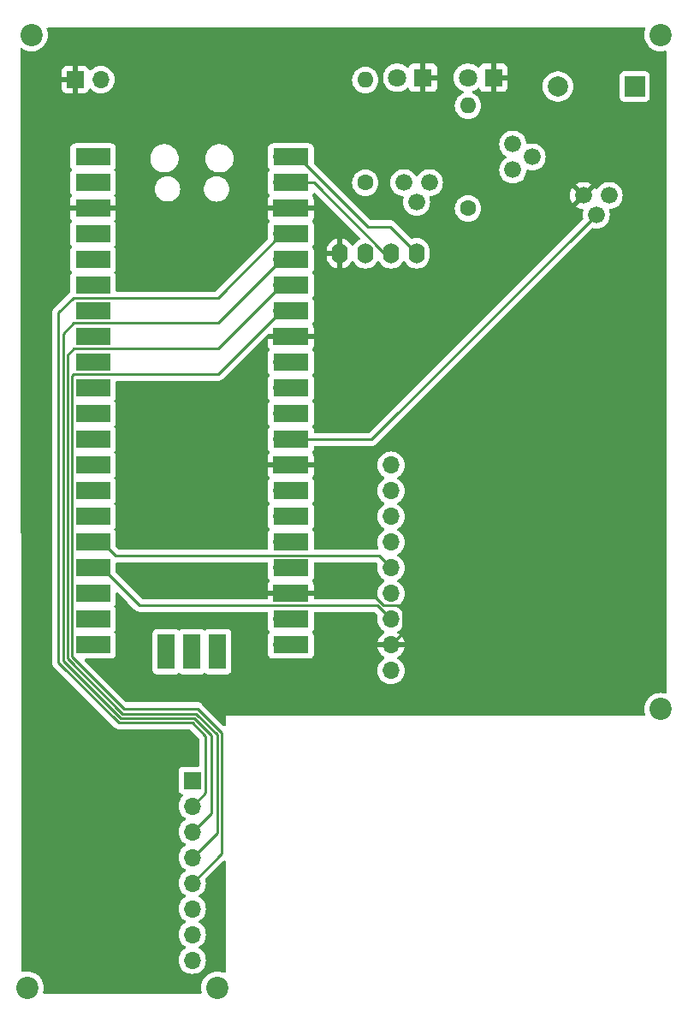
<source format=gbr>
%TF.GenerationSoftware,KiCad,Pcbnew,7.0.10+dfsg-1*%
%TF.CreationDate,2024-02-23T10:47:49+01:00*%
%TF.ProjectId,chibi_v2_1,63686962-695f-4763-925f-312e6b696361,rev?*%
%TF.SameCoordinates,Original*%
%TF.FileFunction,Copper,L2,Bot*%
%TF.FilePolarity,Positive*%
%FSLAX46Y46*%
G04 Gerber Fmt 4.6, Leading zero omitted, Abs format (unit mm)*
G04 Created by KiCad (PCBNEW 7.0.10+dfsg-1) date 2024-02-23 10:47:49*
%MOMM*%
%LPD*%
G01*
G04 APERTURE LIST*
%TA.AperFunction,ComponentPad*%
%ADD10C,1.600000*%
%TD*%
%TA.AperFunction,ComponentPad*%
%ADD11O,1.600000X1.600000*%
%TD*%
%TA.AperFunction,ComponentPad*%
%ADD12R,1.800000X1.800000*%
%TD*%
%TA.AperFunction,ComponentPad*%
%ADD13C,1.800000*%
%TD*%
%TA.AperFunction,ComponentPad*%
%ADD14R,1.700000X1.700000*%
%TD*%
%TA.AperFunction,ComponentPad*%
%ADD15O,1.700000X1.700000*%
%TD*%
%TA.AperFunction,ComponentPad*%
%ADD16R,2.000000X2.000000*%
%TD*%
%TA.AperFunction,ComponentPad*%
%ADD17C,2.000000*%
%TD*%
%TA.AperFunction,ComponentPad*%
%ADD18C,1.676400*%
%TD*%
%TA.AperFunction,ComponentPad*%
%ADD19O,1.600000X2.000000*%
%TD*%
%TA.AperFunction,SMDPad,CuDef*%
%ADD20R,3.500000X1.700000*%
%TD*%
%TA.AperFunction,SMDPad,CuDef*%
%ADD21R,1.700000X3.500000*%
%TD*%
%TA.AperFunction,ViaPad*%
%ADD22C,2.200000*%
%TD*%
%TA.AperFunction,Conductor*%
%ADD23C,0.250000*%
%TD*%
G04 APERTURE END LIST*
D10*
%TO.P,R2,1*%
%TO.N,Net-(Q2-C)*%
X134620000Y-50800000D03*
D11*
%TO.P,R2,2*%
%TO.N,Net-(D1-A)*%
X134620000Y-40640000D03*
%TD*%
D12*
%TO.P,D1,1,K*%
%TO.N,GND*%
X140315000Y-40410000D03*
D13*
%TO.P,D1,2,A*%
%TO.N,Net-(D1-A)*%
X137775000Y-40410000D03*
%TD*%
D14*
%TO.P,J2,1,Pin_1*%
%TO.N,+3V3*%
X117500000Y-109920000D03*
D15*
%TO.P,J2,2,Pin_2*%
%TO.N,Net-(J2-Pin_2)*%
X117500000Y-112460000D03*
%TO.P,J2,3,Pin_3*%
%TO.N,Net-(J2-Pin_3)*%
X117500000Y-115000000D03*
%TO.P,J2,4,Pin_4*%
%TO.N,Net-(J2-Pin_4)*%
X117500000Y-117540000D03*
%TO.P,J2,5,Pin_5*%
%TO.N,Net-(J2-Pin_5)*%
X117500000Y-120080000D03*
%TO.P,J2,6,Pin_6*%
%TO.N,Net-(J2-Pin_6)*%
X117500000Y-122620000D03*
%TO.P,J2,7,Pin_7*%
%TO.N,Net-(J2-Pin_7)*%
X117500000Y-125160000D03*
%TO.P,J2,8,Pin_8*%
%TO.N,Net-(J2-Pin_8)*%
X117500000Y-127700000D03*
%TD*%
D12*
%TO.P,D2,1,K*%
%TO.N,GND*%
X147300000Y-40410000D03*
D13*
%TO.P,D2,2,A*%
%TO.N,Net-(D2-A)*%
X144760000Y-40410000D03*
%TD*%
D16*
%TO.P,BZ1,1,+*%
%TO.N,Net-(BZ1-+)*%
X161280000Y-41275000D03*
D17*
%TO.P,BZ1,2,-*%
%TO.N,+3V3*%
X153680000Y-41275000D03*
%TD*%
D10*
%TO.P,R1,1*%
%TO.N,Net-(Q3-C)*%
X144780000Y-53340000D03*
D11*
%TO.P,R1,2*%
%TO.N,Net-(D2-A)*%
X144780000Y-43180000D03*
%TD*%
D18*
%TO.P,Q3,1,C*%
%TO.N,Net-(Q3-C)*%
X149225000Y-49530000D03*
%TO.P,Q3,2,B*%
%TO.N,Net-(Pico1-GPIO11)*%
X151130000Y-48260000D03*
%TO.P,Q3,3,E*%
%TO.N,+3V3*%
X149225000Y-46990000D03*
%TD*%
%TO.P,Q2,1,C*%
%TO.N,Net-(Q2-C)*%
X138430000Y-50800000D03*
%TO.P,Q2,2,B*%
%TO.N,Net-(Pico1-GPIO10)*%
X139700000Y-52705000D03*
%TO.P,Q2,3,E*%
%TO.N,+3V3*%
X140970000Y-50800000D03*
%TD*%
%TO.P,Q1,1,C*%
%TO.N,GND*%
X156210000Y-52070000D03*
%TO.P,Q1,2,B*%
%TO.N,Net-(Pico1-GPIO9)*%
X157480000Y-53975000D03*
%TO.P,Q1,3,E*%
%TO.N,Net-(BZ1-+)*%
X158750000Y-52070000D03*
%TD*%
D19*
%TO.P,Display1,1,GND*%
%TO.N,GND*%
X132080000Y-57785000D03*
%TO.P,Display1,2,VCC*%
%TO.N,+3V3*%
X134620000Y-57785000D03*
%TO.P,Display1,3,SCL*%
%TO.N,Net-(Display1-SCL)*%
X137160000Y-57785000D03*
%TO.P,Display1,4,SDA*%
%TO.N,Net-(Display1-SDA)*%
X139700000Y-57785000D03*
%TD*%
D14*
%TO.P,J1,1,Pin_1*%
%TO.N,GND*%
X105925000Y-40600000D03*
D15*
%TO.P,J1,2,Pin_2*%
%TO.N,Net-(J1-Pin_2)*%
X108465000Y-40600000D03*
%TD*%
%TO.P,Pico1,1,GPIO0*%
%TO.N,Net-(Display1-SDA)*%
X126365000Y-48260000D03*
D20*
X127265000Y-48260000D03*
D15*
%TO.P,Pico1,2,GPIO1*%
%TO.N,Net-(Display1-SCL)*%
X126365000Y-50800000D03*
D20*
X127265000Y-50800000D03*
D14*
%TO.P,Pico1,3,GND*%
%TO.N,GND*%
X126365000Y-53340000D03*
D20*
X127265000Y-53340000D03*
D15*
%TO.P,Pico1,4,GPIO2*%
%TO.N,Net-(J2-Pin_2)*%
X126365000Y-55880000D03*
D20*
X127265000Y-55880000D03*
D15*
%TO.P,Pico1,5,GPIO3*%
%TO.N,Net-(J2-Pin_3)*%
X126365000Y-58420000D03*
D20*
X127265000Y-58420000D03*
D15*
%TO.P,Pico1,6,GPIO4*%
%TO.N,Net-(J2-Pin_4)*%
X126365000Y-60960000D03*
D20*
X127265000Y-60960000D03*
D15*
%TO.P,Pico1,7,GPIO5*%
%TO.N,Net-(J2-Pin_5)*%
X126365000Y-63500000D03*
D20*
X127265000Y-63500000D03*
D14*
%TO.P,Pico1,8,GND*%
%TO.N,GND*%
X126365000Y-66040000D03*
D20*
X127265000Y-66040000D03*
D15*
%TO.P,Pico1,9,GPIO6*%
%TO.N,Net-(J2-Pin_6)*%
X126365000Y-68580000D03*
D20*
X127265000Y-68580000D03*
D15*
%TO.P,Pico1,10,GPIO7*%
%TO.N,Net-(J2-Pin_7)*%
X126365000Y-71120000D03*
D20*
X127265000Y-71120000D03*
D15*
%TO.P,Pico1,11,GPIO8*%
%TO.N,Net-(J2-Pin_8)*%
X126365000Y-73660000D03*
D20*
X127265000Y-73660000D03*
D15*
%TO.P,Pico1,12,GPIO9*%
%TO.N,Net-(Pico1-GPIO9)*%
X126365000Y-76200000D03*
D20*
X127265000Y-76200000D03*
D14*
%TO.P,Pico1,13,GND*%
%TO.N,GND*%
X126365000Y-78740000D03*
D20*
X127265000Y-78740000D03*
D15*
%TO.P,Pico1,14,GPIO10*%
%TO.N,Net-(Pico1-GPIO10)*%
X126365000Y-81280000D03*
D20*
X127265000Y-81280000D03*
D15*
%TO.P,Pico1,15,GPIO11*%
%TO.N,Net-(Pico1-GPIO11)*%
X126365000Y-83820000D03*
D20*
X127265000Y-83820000D03*
D15*
%TO.P,Pico1,16,GPIO12*%
%TO.N,unconnected-(Pico1-GPIO12-Pad16)*%
X126365000Y-86360000D03*
D20*
X127265000Y-86360000D03*
D15*
%TO.P,Pico1,17,GPIO13*%
%TO.N,unconnected-(Pico1-GPIO13-Pad17)*%
X126365000Y-88900000D03*
D20*
X127265000Y-88900000D03*
D14*
%TO.P,Pico1,18,GND*%
%TO.N,GND*%
X126365000Y-91440000D03*
D20*
X127265000Y-91440000D03*
D15*
%TO.P,Pico1,19,GPIO14*%
%TO.N,unconnected-(Pico1-GPIO14-Pad19)*%
X126365000Y-93980000D03*
D20*
X127265000Y-93980000D03*
D15*
%TO.P,Pico1,20,GPIO15*%
%TO.N,unconnected-(Pico1-GPIO15-Pad20)*%
X126365000Y-96520000D03*
D20*
X127265000Y-96520000D03*
D15*
%TO.P,Pico1,21,GPIO16*%
%TO.N,Net-(Pico1-GPIO16)*%
X108585000Y-96520000D03*
D20*
X107685000Y-96520000D03*
D15*
%TO.P,Pico1,22,GPIO17*%
%TO.N,Net-(Pico1-GPIO17)*%
X108585000Y-93980000D03*
D20*
X107685000Y-93980000D03*
D14*
%TO.P,Pico1,23,GND*%
%TO.N,unconnected-(Pico1-GND-Pad23)*%
X108585000Y-91440000D03*
D20*
X107685000Y-91440000D03*
D15*
%TO.P,Pico1,24,GPIO18*%
%TO.N,Net-(Pico1-GPIO18)*%
X108585000Y-88900000D03*
D20*
X107685000Y-88900000D03*
D15*
%TO.P,Pico1,25,GPIO19*%
%TO.N,Net-(Pico1-GPIO19)*%
X108585000Y-86360000D03*
D20*
X107685000Y-86360000D03*
D15*
%TO.P,Pico1,26,GPIO20*%
%TO.N,unconnected-(Pico1-GPIO20-Pad26)*%
X108585000Y-83820000D03*
D20*
X107685000Y-83820000D03*
D15*
%TO.P,Pico1,27,GPIO21*%
%TO.N,unconnected-(Pico1-GPIO21-Pad27)*%
X108585000Y-81280000D03*
D20*
X107685000Y-81280000D03*
D14*
%TO.P,Pico1,28,GND*%
%TO.N,unconnected-(Pico1-GND-Pad28)*%
X108585000Y-78740000D03*
D20*
X107685000Y-78740000D03*
D15*
%TO.P,Pico1,29,GPIO22*%
%TO.N,unconnected-(Pico1-GPIO22-Pad29)*%
X108585000Y-76200000D03*
D20*
X107685000Y-76200000D03*
D15*
%TO.P,Pico1,30,RUN*%
%TO.N,unconnected-(Pico1-RUN-Pad30)*%
X108585000Y-73660000D03*
D20*
X107685000Y-73660000D03*
D15*
%TO.P,Pico1,31,GPIO26_ADC0*%
%TO.N,unconnected-(Pico1-GPIO26_ADC0-Pad31)*%
X108585000Y-71120000D03*
D20*
X107685000Y-71120000D03*
D15*
%TO.P,Pico1,32,GPIO27_ADC1*%
%TO.N,unconnected-(Pico1-GPIO27_ADC1-Pad32)*%
X108585000Y-68580000D03*
D20*
X107685000Y-68580000D03*
D14*
%TO.P,Pico1,33,AGND*%
%TO.N,unconnected-(Pico1-AGND-Pad33)*%
X108585000Y-66040000D03*
D20*
X107685000Y-66040000D03*
D15*
%TO.P,Pico1,34,GPIO28_ADC2*%
%TO.N,unconnected-(Pico1-GPIO28_ADC2-Pad34)*%
X108585000Y-63500000D03*
D20*
X107685000Y-63500000D03*
D15*
%TO.P,Pico1,35,ADC_VREF*%
%TO.N,unconnected-(Pico1-ADC_VREF-Pad35)*%
X108585000Y-60960000D03*
D20*
X107685000Y-60960000D03*
D15*
%TO.P,Pico1,36,3V3*%
%TO.N,+3V3*%
X108585000Y-58420000D03*
D20*
X107685000Y-58420000D03*
D15*
%TO.P,Pico1,37,3V3_EN*%
%TO.N,unconnected-(Pico1-3V3_EN-Pad37)*%
X108585000Y-55880000D03*
D20*
X107685000Y-55880000D03*
D14*
%TO.P,Pico1,38,GND*%
%TO.N,GND*%
X108585000Y-53340000D03*
D20*
X107685000Y-53340000D03*
D15*
%TO.P,Pico1,39,VSYS*%
%TO.N,unconnected-(Pico1-VSYS-Pad39)*%
X108585000Y-50800000D03*
D20*
X107685000Y-50800000D03*
D15*
%TO.P,Pico1,40,VBUS*%
%TO.N,Net-(J1-Pin_2)*%
X108585000Y-48260000D03*
D20*
X107685000Y-48260000D03*
D15*
%TO.P,Pico1,41,SWCLK*%
%TO.N,unconnected-(Pico1-SWCLK-Pad41)*%
X120015000Y-96290000D03*
D21*
X120015000Y-97190000D03*
D14*
%TO.P,Pico1,42,GND*%
%TO.N,unconnected-(Pico1-GND-Pad42)*%
X117475000Y-96290000D03*
D21*
X117475000Y-97190000D03*
D15*
%TO.P,Pico1,43,SWDIO*%
%TO.N,unconnected-(Pico1-SWDIO-Pad43)*%
X114935000Y-96290000D03*
D21*
X114935000Y-97190000D03*
%TD*%
D15*
%TO.P,SDCard1,1,3v*%
%TO.N,+3V3*%
X137160000Y-99060000D03*
%TO.P,SDCard1,2,GND*%
%TO.N,GND*%
X137160000Y-96520000D03*
%TO.P,SDCard1,3,CLK*%
%TO.N,Net-(Pico1-GPIO18)*%
X137160000Y-93980000D03*
%TO.P,SDCard1,4,Slave_Output*%
%TO.N,Net-(Pico1-GPIO16)*%
X137160000Y-91440000D03*
%TO.P,SDCard1,5,Slave_Input*%
%TO.N,Net-(Pico1-GPIO19)*%
X137160000Y-88900000D03*
%TO.P,SDCard1,6,Chip_Select*%
%TO.N,Net-(Pico1-GPIO17)*%
X137160000Y-86360000D03*
%TO.P,SDCard1,7*%
%TO.N,unconnected-(SDCard1-Pad7)*%
X137160000Y-83820000D03*
%TO.P,SDCard1,8*%
%TO.N,unconnected-(SDCard1-Pad8)*%
X137160000Y-81280000D03*
%TO.P,SDCard1,9,Card_Detect*%
%TO.N,unconnected-(SDCard1-Card_Detect-Pad9)*%
X137160000Y-78740000D03*
%TD*%
D22*
%TO.N,*%
X163830000Y-102870000D03*
X101200000Y-130400000D03*
X163830000Y-36195000D03*
X101600000Y-36195000D03*
X120000000Y-130400000D03*
%TD*%
D23*
%TO.N,GND*%
X137160000Y-96520000D02*
X138335000Y-95345000D01*
X138335000Y-93123001D02*
X137826999Y-92615000D01*
X136431396Y-92615000D02*
X135256396Y-91440000D01*
X135256396Y-91440000D02*
X126365000Y-91440000D01*
X138335000Y-95345000D02*
X138335000Y-93123001D01*
X137826999Y-92615000D02*
X136431396Y-92615000D01*
%TO.N,Net-(Display1-SCL)*%
X129540000Y-50800000D02*
X136525000Y-57785000D01*
X136525000Y-57785000D02*
X137160000Y-57785000D01*
X126365000Y-50800000D02*
X129540000Y-50800000D01*
%TO.N,Net-(Display1-SDA)*%
X127975000Y-48260000D02*
X126365000Y-48260000D01*
X137053200Y-55138200D02*
X139700000Y-57785000D01*
X134853200Y-55138200D02*
X127975000Y-48260000D01*
X134853200Y-55138200D02*
X137053200Y-55138200D01*
%TO.N,Net-(J2-Pin_2)*%
X117509010Y-104218198D02*
X110224010Y-104218198D01*
X120045000Y-62200000D02*
X126365000Y-55880000D01*
X118800000Y-111160000D02*
X118800000Y-105509188D01*
X104260000Y-63675000D02*
X105735000Y-62200000D01*
X118800000Y-105509188D02*
X117509010Y-104218198D01*
X117500000Y-112460000D02*
X118800000Y-111160000D01*
X104260000Y-98254188D02*
X104260000Y-63675000D01*
X105735000Y-62200000D02*
X120045000Y-62200000D01*
X110224010Y-104218198D02*
X104260000Y-98254188D01*
%TO.N,Net-(J2-Pin_3)*%
X117695406Y-103768198D02*
X110410406Y-103768198D01*
X104710000Y-65765000D02*
X105800000Y-64675000D01*
X119363604Y-105436396D02*
X117695406Y-103768198D01*
X105800000Y-64675000D02*
X120110000Y-64675000D01*
X120110000Y-64675000D02*
X126365000Y-58420000D01*
X104710000Y-98067792D02*
X104710000Y-65765000D01*
X119363604Y-113136396D02*
X119363604Y-105436396D01*
X117500000Y-115000000D02*
X119363604Y-113136396D01*
X110410406Y-103768198D02*
X104710000Y-98067792D01*
%TO.N,Net-(J2-Pin_4)*%
X117881802Y-103318198D02*
X110596802Y-103318198D01*
X119950000Y-105386396D02*
X117881802Y-103318198D01*
X105160000Y-97881396D02*
X105160000Y-67855000D01*
X105800000Y-67215000D02*
X120110000Y-67215000D01*
X117500000Y-117540000D02*
X119950000Y-115090000D01*
X119950000Y-115090000D02*
X119950000Y-105386396D01*
X105160000Y-67855000D02*
X105800000Y-67215000D01*
X110596802Y-103318198D02*
X105160000Y-97881396D01*
X120110000Y-67215000D02*
X126365000Y-60960000D01*
%TO.N,Net-(J2-Pin_5)*%
X105610000Y-69945000D02*
X105610000Y-97695000D01*
X118000000Y-102800000D02*
X120400000Y-105200000D01*
X126365000Y-63500000D02*
X120110000Y-69755000D01*
X105800000Y-69755000D02*
X105610000Y-69945000D01*
X120400000Y-117180000D02*
X117500000Y-120080000D01*
X120400000Y-105200000D02*
X120400000Y-117180000D01*
X105610000Y-97695000D02*
X110715000Y-102800000D01*
X120110000Y-69755000D02*
X105800000Y-69755000D01*
X110715000Y-102800000D02*
X118000000Y-102800000D01*
%TO.N,Net-(Pico1-GPIO9)*%
X157480000Y-53975000D02*
X135255000Y-76200000D01*
X135255000Y-76200000D02*
X126365000Y-76200000D01*
%TO.N,Net-(Pico1-GPIO18)*%
X135795000Y-92615000D02*
X112300000Y-92615000D01*
X112300000Y-92615000D02*
X108585000Y-88900000D01*
X137160000Y-93980000D02*
X135795000Y-92615000D01*
%TO.N,Net-(Pico1-GPIO19)*%
X109950000Y-87725000D02*
X108585000Y-86360000D01*
X137160000Y-88900000D02*
X135985000Y-87725000D01*
X135985000Y-87725000D02*
X109950000Y-87725000D01*
%TD*%
%TA.AperFunction,Conductor*%
%TO.N,GND*%
G36*
X162283538Y-35479685D02*
G01*
X162329293Y-35532489D01*
X162339237Y-35601647D01*
X162331060Y-35631453D01*
X162303126Y-35698889D01*
X162244317Y-35943848D01*
X162224551Y-36195000D01*
X162244317Y-36446151D01*
X162303126Y-36691110D01*
X162399533Y-36923859D01*
X162531160Y-37138653D01*
X162531161Y-37138656D01*
X162531164Y-37138659D01*
X162694776Y-37330224D01*
X162843066Y-37456875D01*
X162886343Y-37493838D01*
X162886346Y-37493839D01*
X163101140Y-37625466D01*
X163333889Y-37721873D01*
X163578852Y-37780683D01*
X163830000Y-37800449D01*
X164081148Y-37780683D01*
X164247406Y-37740768D01*
X164317187Y-37744259D01*
X164374005Y-37784922D01*
X164399818Y-37849849D01*
X164400352Y-37861324D01*
X164409662Y-101205874D01*
X164389987Y-101272916D01*
X164337190Y-101318679D01*
X164268033Y-101328632D01*
X164256716Y-101326466D01*
X164081152Y-101284318D01*
X164081148Y-101284317D01*
X163830000Y-101264551D01*
X163578848Y-101284317D01*
X163333889Y-101343126D01*
X163101140Y-101439533D01*
X162886346Y-101571160D01*
X162886343Y-101571161D01*
X162694776Y-101734776D01*
X162531161Y-101926343D01*
X162531160Y-101926346D01*
X162399533Y-102141140D01*
X162303126Y-102373889D01*
X162244317Y-102618848D01*
X162224551Y-102870000D01*
X162244317Y-103121151D01*
X162298551Y-103347053D01*
X162295060Y-103416836D01*
X162254396Y-103473653D01*
X162189470Y-103499466D01*
X162177977Y-103500000D01*
X120810000Y-103500000D01*
X120809663Y-104425755D01*
X120789954Y-104492787D01*
X120737133Y-104538523D01*
X120667971Y-104548441D01*
X120604426Y-104519393D01*
X120597982Y-104513391D01*
X118500803Y-102416212D01*
X118490980Y-102403950D01*
X118490759Y-102404134D01*
X118485786Y-102398122D01*
X118436776Y-102352099D01*
X118433977Y-102349386D01*
X118414477Y-102329885D01*
X118414471Y-102329880D01*
X118411286Y-102327409D01*
X118402434Y-102319848D01*
X118370582Y-102289938D01*
X118370580Y-102289936D01*
X118370577Y-102289935D01*
X118353029Y-102280288D01*
X118336763Y-102269604D01*
X118320932Y-102257324D01*
X118280849Y-102239978D01*
X118270363Y-102234841D01*
X118232094Y-102213803D01*
X118232092Y-102213802D01*
X118212693Y-102208822D01*
X118194281Y-102202518D01*
X118175898Y-102194562D01*
X118175892Y-102194560D01*
X118132760Y-102187729D01*
X118121322Y-102185361D01*
X118079020Y-102174500D01*
X118079019Y-102174500D01*
X118058984Y-102174500D01*
X118039586Y-102172973D01*
X118032162Y-102171797D01*
X118019805Y-102169840D01*
X118019804Y-102169840D01*
X117976325Y-102173950D01*
X117964656Y-102174500D01*
X111025453Y-102174500D01*
X110958414Y-102154815D01*
X110937772Y-102138181D01*
X106881771Y-98082180D01*
X106848286Y-98020857D01*
X106853270Y-97951165D01*
X106895142Y-97895232D01*
X106960606Y-97870815D01*
X106969452Y-97870499D01*
X108520612Y-97870499D01*
X108531420Y-97870971D01*
X108584999Y-97875659D01*
X108585000Y-97875659D01*
X108585001Y-97875659D01*
X108638580Y-97870971D01*
X108649388Y-97870499D01*
X109482871Y-97870499D01*
X109482872Y-97870499D01*
X109542483Y-97864091D01*
X109677331Y-97813796D01*
X109792546Y-97727546D01*
X109878796Y-97612331D01*
X109929091Y-97477483D01*
X109935500Y-97417873D01*
X109935499Y-96584383D01*
X109935971Y-96573576D01*
X109940659Y-96520000D01*
X109940659Y-96519999D01*
X109935971Y-96466421D01*
X109935499Y-96455613D01*
X109935499Y-96290001D01*
X113579341Y-96290001D01*
X113584028Y-96343574D01*
X113584500Y-96354381D01*
X113584500Y-98987870D01*
X113584501Y-98987876D01*
X113590908Y-99047483D01*
X113641202Y-99182328D01*
X113641206Y-99182335D01*
X113727452Y-99297544D01*
X113727455Y-99297547D01*
X113842664Y-99383793D01*
X113842671Y-99383797D01*
X113977517Y-99434091D01*
X113977516Y-99434091D01*
X113984444Y-99434835D01*
X114037127Y-99440500D01*
X115832872Y-99440499D01*
X115892483Y-99434091D01*
X116027331Y-99383796D01*
X116130690Y-99306421D01*
X116196152Y-99282004D01*
X116264425Y-99296855D01*
X116279303Y-99306416D01*
X116382665Y-99383793D01*
X116382668Y-99383795D01*
X116382671Y-99383797D01*
X116517517Y-99434091D01*
X116517516Y-99434091D01*
X116524444Y-99434835D01*
X116577127Y-99440500D01*
X118372872Y-99440499D01*
X118432483Y-99434091D01*
X118567331Y-99383796D01*
X118670690Y-99306421D01*
X118736152Y-99282004D01*
X118804425Y-99296855D01*
X118819303Y-99306416D01*
X118922665Y-99383793D01*
X118922668Y-99383795D01*
X118922671Y-99383797D01*
X119057517Y-99434091D01*
X119057516Y-99434091D01*
X119064444Y-99434835D01*
X119117127Y-99440500D01*
X120912872Y-99440499D01*
X120972483Y-99434091D01*
X121107331Y-99383796D01*
X121222546Y-99297546D01*
X121308796Y-99182331D01*
X121359091Y-99047483D01*
X121365500Y-98987873D01*
X121365499Y-96354381D01*
X121365971Y-96343578D01*
X121370659Y-96290000D01*
X121370659Y-96289999D01*
X121365971Y-96236418D01*
X121365499Y-96225610D01*
X121365499Y-95392129D01*
X121365498Y-95392123D01*
X121365497Y-95392116D01*
X121359091Y-95332517D01*
X121356030Y-95324311D01*
X121308797Y-95197671D01*
X121308793Y-95197664D01*
X121222547Y-95082455D01*
X121222544Y-95082452D01*
X121107335Y-94996206D01*
X121107328Y-94996202D01*
X120972482Y-94945908D01*
X120972483Y-94945908D01*
X120912883Y-94939501D01*
X120912881Y-94939500D01*
X120912873Y-94939500D01*
X120912865Y-94939500D01*
X120079383Y-94939500D01*
X120068576Y-94939028D01*
X120015002Y-94934341D01*
X120014999Y-94934341D01*
X119979865Y-94937414D01*
X119961421Y-94939028D01*
X119950616Y-94939500D01*
X119117129Y-94939500D01*
X119117123Y-94939501D01*
X119057516Y-94945908D01*
X118922671Y-94996202D01*
X118922669Y-94996203D01*
X118819311Y-95073578D01*
X118753847Y-95097995D01*
X118685574Y-95083144D01*
X118670689Y-95073578D01*
X118567330Y-94996203D01*
X118567328Y-94996202D01*
X118432482Y-94945908D01*
X118432483Y-94945908D01*
X118372883Y-94939501D01*
X118372881Y-94939500D01*
X118372873Y-94939500D01*
X118372864Y-94939500D01*
X116577129Y-94939500D01*
X116577123Y-94939501D01*
X116517516Y-94945908D01*
X116382671Y-94996202D01*
X116382669Y-94996203D01*
X116279311Y-95073578D01*
X116213847Y-95097995D01*
X116145574Y-95083144D01*
X116130689Y-95073578D01*
X116027330Y-94996203D01*
X116027328Y-94996202D01*
X115892482Y-94945908D01*
X115892483Y-94945908D01*
X115832883Y-94939501D01*
X115832881Y-94939500D01*
X115832873Y-94939500D01*
X115832865Y-94939500D01*
X114999383Y-94939500D01*
X114988576Y-94939028D01*
X114935002Y-94934341D01*
X114934999Y-94934341D01*
X114899865Y-94937414D01*
X114881421Y-94939028D01*
X114870616Y-94939500D01*
X114037129Y-94939500D01*
X114037123Y-94939501D01*
X113977516Y-94945908D01*
X113842671Y-94996202D01*
X113842664Y-94996206D01*
X113727455Y-95082452D01*
X113727452Y-95082455D01*
X113641206Y-95197664D01*
X113641202Y-95197671D01*
X113590908Y-95332517D01*
X113584501Y-95392116D01*
X113584501Y-95392123D01*
X113584500Y-95392135D01*
X113584500Y-96225618D01*
X113584028Y-96236425D01*
X113579341Y-96289997D01*
X113579341Y-96290001D01*
X109935499Y-96290001D01*
X109935499Y-95622129D01*
X109935498Y-95622123D01*
X109935497Y-95622116D01*
X109929091Y-95562517D01*
X109899019Y-95481891D01*
X109878797Y-95427671D01*
X109878795Y-95427668D01*
X109852195Y-95392135D01*
X109801421Y-95324309D01*
X109777004Y-95258848D01*
X109791855Y-95190575D01*
X109801416Y-95175696D01*
X109878796Y-95072331D01*
X109929091Y-94937483D01*
X109935500Y-94877873D01*
X109935499Y-94044383D01*
X109935971Y-94033576D01*
X109940659Y-93980000D01*
X109940659Y-93979999D01*
X109935971Y-93926421D01*
X109935499Y-93915613D01*
X109935499Y-93082129D01*
X109935498Y-93082123D01*
X109933723Y-93065612D01*
X109929091Y-93022517D01*
X109926987Y-93016877D01*
X109878797Y-92887671D01*
X109878795Y-92887668D01*
X109801421Y-92784309D01*
X109777004Y-92718848D01*
X109791855Y-92650575D01*
X109801416Y-92635696D01*
X109878796Y-92532331D01*
X109929091Y-92397483D01*
X109935500Y-92337873D01*
X109935499Y-91434450D01*
X109955183Y-91367412D01*
X110007987Y-91321657D01*
X110077146Y-91311713D01*
X110140702Y-91340738D01*
X110147178Y-91346768D01*
X111111804Y-92311395D01*
X111799197Y-92998788D01*
X111809022Y-93011051D01*
X111809243Y-93010869D01*
X111814211Y-93016874D01*
X111863222Y-93062899D01*
X111866021Y-93065612D01*
X111885522Y-93085114D01*
X111885526Y-93085117D01*
X111885529Y-93085120D01*
X111888702Y-93087581D01*
X111897574Y-93095159D01*
X111929418Y-93125062D01*
X111946976Y-93134714D01*
X111963235Y-93145395D01*
X111979064Y-93157673D01*
X112019155Y-93175021D01*
X112029626Y-93180151D01*
X112052180Y-93192550D01*
X112067902Y-93201194D01*
X112067904Y-93201195D01*
X112067908Y-93201197D01*
X112087316Y-93206180D01*
X112105719Y-93212481D01*
X112124101Y-93220436D01*
X112124102Y-93220436D01*
X112124104Y-93220437D01*
X112167250Y-93227270D01*
X112178672Y-93229636D01*
X112220981Y-93240500D01*
X112241016Y-93240500D01*
X112260414Y-93242026D01*
X112280194Y-93245159D01*
X112280195Y-93245160D01*
X112280195Y-93245159D01*
X112280196Y-93245160D01*
X112323675Y-93241050D01*
X112335344Y-93240500D01*
X124890500Y-93240500D01*
X124957539Y-93260185D01*
X125003294Y-93312989D01*
X125014500Y-93364500D01*
X125014500Y-93915616D01*
X125014028Y-93926423D01*
X125009341Y-93979997D01*
X125009341Y-93980002D01*
X125014028Y-94033576D01*
X125014500Y-94044383D01*
X125014500Y-94877870D01*
X125014501Y-94877876D01*
X125020908Y-94937483D01*
X125071202Y-95072328D01*
X125071203Y-95072330D01*
X125148578Y-95175689D01*
X125172995Y-95241153D01*
X125158144Y-95309426D01*
X125148578Y-95324311D01*
X125071203Y-95427669D01*
X125071202Y-95427671D01*
X125020908Y-95562517D01*
X125014501Y-95622116D01*
X125014501Y-95622123D01*
X125014500Y-95622135D01*
X125014500Y-96455616D01*
X125014028Y-96466423D01*
X125009341Y-96519997D01*
X125009341Y-96520002D01*
X125014028Y-96573576D01*
X125014500Y-96584383D01*
X125014500Y-97417870D01*
X125014501Y-97417876D01*
X125020908Y-97477483D01*
X125071202Y-97612328D01*
X125071206Y-97612335D01*
X125157452Y-97727544D01*
X125157455Y-97727547D01*
X125272664Y-97813793D01*
X125272671Y-97813797D01*
X125407517Y-97864091D01*
X125407516Y-97864091D01*
X125414444Y-97864835D01*
X125467127Y-97870500D01*
X126300616Y-97870499D01*
X126311425Y-97870971D01*
X126365000Y-97875659D01*
X126418575Y-97870971D01*
X126429384Y-97870499D01*
X129062871Y-97870499D01*
X129062872Y-97870499D01*
X129122483Y-97864091D01*
X129257331Y-97813796D01*
X129372546Y-97727546D01*
X129458796Y-97612331D01*
X129509091Y-97477483D01*
X129515500Y-97417873D01*
X129515499Y-95622128D01*
X129509091Y-95562517D01*
X129479019Y-95481891D01*
X129458797Y-95427671D01*
X129458795Y-95427668D01*
X129432195Y-95392135D01*
X129381421Y-95324309D01*
X129357004Y-95258848D01*
X129371855Y-95190575D01*
X129381416Y-95175696D01*
X129458796Y-95072331D01*
X129509091Y-94937483D01*
X129515500Y-94877873D01*
X129515499Y-93364499D01*
X129535184Y-93297461D01*
X129587987Y-93251706D01*
X129639499Y-93240500D01*
X135484548Y-93240500D01*
X135551587Y-93260185D01*
X135572229Y-93276819D01*
X135819762Y-93524352D01*
X135853247Y-93585675D01*
X135851856Y-93644126D01*
X135824938Y-93744586D01*
X135824936Y-93744596D01*
X135804341Y-93979999D01*
X135804341Y-93980000D01*
X135824936Y-94215403D01*
X135824938Y-94215413D01*
X135886094Y-94443655D01*
X135886096Y-94443659D01*
X135886097Y-94443663D01*
X135985965Y-94657830D01*
X135985967Y-94657834D01*
X136121501Y-94851395D01*
X136121506Y-94851402D01*
X136288597Y-95018493D01*
X136288603Y-95018498D01*
X136474594Y-95148730D01*
X136518219Y-95203307D01*
X136525413Y-95272805D01*
X136493890Y-95335160D01*
X136474595Y-95351880D01*
X136288922Y-95481890D01*
X136288920Y-95481891D01*
X136121891Y-95648920D01*
X136121886Y-95648926D01*
X135986400Y-95842420D01*
X135986399Y-95842422D01*
X135886570Y-96056507D01*
X135886567Y-96056513D01*
X135829364Y-96269999D01*
X135829364Y-96270000D01*
X136714428Y-96270000D01*
X136691318Y-96305960D01*
X136650000Y-96446673D01*
X136650000Y-96593327D01*
X136691318Y-96734040D01*
X136714428Y-96770000D01*
X135829364Y-96770000D01*
X135886567Y-96983486D01*
X135886570Y-96983492D01*
X135986399Y-97197578D01*
X136121894Y-97391082D01*
X136288917Y-97558105D01*
X136474595Y-97688119D01*
X136518219Y-97742696D01*
X136525412Y-97812195D01*
X136493890Y-97874549D01*
X136474595Y-97891269D01*
X136288594Y-98021508D01*
X136121505Y-98188597D01*
X135985965Y-98382169D01*
X135985964Y-98382171D01*
X135886098Y-98596335D01*
X135886094Y-98596344D01*
X135824938Y-98824586D01*
X135824936Y-98824596D01*
X135804341Y-99059999D01*
X135804341Y-99060000D01*
X135824936Y-99295403D01*
X135824938Y-99295413D01*
X135886094Y-99523655D01*
X135886096Y-99523659D01*
X135886097Y-99523663D01*
X135985965Y-99737830D01*
X135985967Y-99737834D01*
X136094281Y-99892521D01*
X136121505Y-99931401D01*
X136288599Y-100098495D01*
X136385384Y-100166265D01*
X136482165Y-100234032D01*
X136482167Y-100234033D01*
X136482170Y-100234035D01*
X136696337Y-100333903D01*
X136924592Y-100395063D01*
X137112918Y-100411539D01*
X137159999Y-100415659D01*
X137160000Y-100415659D01*
X137160001Y-100415659D01*
X137199234Y-100412226D01*
X137395408Y-100395063D01*
X137623663Y-100333903D01*
X137837830Y-100234035D01*
X138031401Y-100098495D01*
X138198495Y-99931401D01*
X138334035Y-99737830D01*
X138433903Y-99523663D01*
X138495063Y-99295408D01*
X138515659Y-99060000D01*
X138495063Y-98824592D01*
X138433903Y-98596337D01*
X138334035Y-98382171D01*
X138326946Y-98372046D01*
X138198494Y-98188597D01*
X138031402Y-98021506D01*
X138031401Y-98021505D01*
X137845405Y-97891269D01*
X137801781Y-97836692D01*
X137794588Y-97767193D01*
X137826110Y-97704839D01*
X137845405Y-97688119D01*
X138031082Y-97558105D01*
X138198105Y-97391082D01*
X138333600Y-97197578D01*
X138433429Y-96983492D01*
X138433432Y-96983486D01*
X138490636Y-96770000D01*
X137605572Y-96770000D01*
X137628682Y-96734040D01*
X137670000Y-96593327D01*
X137670000Y-96446673D01*
X137628682Y-96305960D01*
X137605572Y-96270000D01*
X138490636Y-96270000D01*
X138490635Y-96269999D01*
X138433432Y-96056513D01*
X138433429Y-96056507D01*
X138333600Y-95842422D01*
X138333599Y-95842420D01*
X138198113Y-95648926D01*
X138198108Y-95648920D01*
X138031078Y-95481890D01*
X137845405Y-95351879D01*
X137801780Y-95297302D01*
X137794588Y-95227804D01*
X137826110Y-95165449D01*
X137845406Y-95148730D01*
X137917863Y-95097995D01*
X138031401Y-95018495D01*
X138198495Y-94851401D01*
X138334035Y-94657830D01*
X138433903Y-94443663D01*
X138495063Y-94215408D01*
X138515659Y-93980000D01*
X138495063Y-93744592D01*
X138433903Y-93516337D01*
X138334035Y-93302171D01*
X138316284Y-93276819D01*
X138198494Y-93108597D01*
X138031402Y-92941506D01*
X138031396Y-92941501D01*
X137845842Y-92811575D01*
X137802217Y-92756998D01*
X137795023Y-92687500D01*
X137826546Y-92625145D01*
X137845842Y-92608425D01*
X137954515Y-92532331D01*
X138031401Y-92478495D01*
X138198495Y-92311401D01*
X138334035Y-92117830D01*
X138433903Y-91903663D01*
X138495063Y-91675408D01*
X138515659Y-91440000D01*
X138495063Y-91204592D01*
X138433903Y-90976337D01*
X138334035Y-90762171D01*
X138198495Y-90568599D01*
X138198494Y-90568597D01*
X138031402Y-90401506D01*
X138031396Y-90401501D01*
X137845842Y-90271575D01*
X137802217Y-90216998D01*
X137795023Y-90147500D01*
X137826546Y-90085145D01*
X137845842Y-90068425D01*
X137868026Y-90052891D01*
X138031401Y-89938495D01*
X138198495Y-89771401D01*
X138334035Y-89577830D01*
X138433903Y-89363663D01*
X138495063Y-89135408D01*
X138515659Y-88900000D01*
X138495063Y-88664592D01*
X138433903Y-88436337D01*
X138334035Y-88222171D01*
X138198495Y-88028599D01*
X138198494Y-88028597D01*
X138031402Y-87861506D01*
X138031396Y-87861501D01*
X137845842Y-87731575D01*
X137802217Y-87676998D01*
X137795023Y-87607500D01*
X137826546Y-87545145D01*
X137845842Y-87528425D01*
X137868026Y-87512891D01*
X138031401Y-87398495D01*
X138198495Y-87231401D01*
X138334035Y-87037830D01*
X138433903Y-86823663D01*
X138495063Y-86595408D01*
X138515659Y-86360000D01*
X138495063Y-86124592D01*
X138433903Y-85896337D01*
X138334035Y-85682171D01*
X138198495Y-85488599D01*
X138198494Y-85488597D01*
X138031402Y-85321506D01*
X138031396Y-85321501D01*
X137845842Y-85191575D01*
X137802217Y-85136998D01*
X137795023Y-85067500D01*
X137826546Y-85005145D01*
X137845842Y-84988425D01*
X137954515Y-84912331D01*
X138031401Y-84858495D01*
X138198495Y-84691401D01*
X138334035Y-84497830D01*
X138433903Y-84283663D01*
X138495063Y-84055408D01*
X138515659Y-83820000D01*
X138495063Y-83584592D01*
X138433903Y-83356337D01*
X138334035Y-83142171D01*
X138198495Y-82948599D01*
X138198494Y-82948597D01*
X138031402Y-82781506D01*
X138031396Y-82781501D01*
X137845842Y-82651575D01*
X137802217Y-82596998D01*
X137795023Y-82527500D01*
X137826546Y-82465145D01*
X137845842Y-82448425D01*
X137954515Y-82372331D01*
X138031401Y-82318495D01*
X138198495Y-82151401D01*
X138334035Y-81957830D01*
X138433903Y-81743663D01*
X138495063Y-81515408D01*
X138515659Y-81280000D01*
X138495063Y-81044592D01*
X138433903Y-80816337D01*
X138334035Y-80602171D01*
X138198495Y-80408599D01*
X138198494Y-80408597D01*
X138031402Y-80241506D01*
X138031396Y-80241501D01*
X137845842Y-80111575D01*
X137802217Y-80056998D01*
X137795023Y-79987500D01*
X137826546Y-79925145D01*
X137845842Y-79908425D01*
X137954515Y-79832331D01*
X138031401Y-79778495D01*
X138198495Y-79611401D01*
X138334035Y-79417830D01*
X138433903Y-79203663D01*
X138495063Y-78975408D01*
X138515659Y-78740000D01*
X138495063Y-78504592D01*
X138433903Y-78276337D01*
X138334035Y-78062171D01*
X138198495Y-77868599D01*
X138198494Y-77868597D01*
X138031402Y-77701506D01*
X138031395Y-77701501D01*
X137837834Y-77565967D01*
X137837830Y-77565965D01*
X137790921Y-77544091D01*
X137623663Y-77466097D01*
X137623659Y-77466096D01*
X137623655Y-77466094D01*
X137395413Y-77404938D01*
X137395403Y-77404936D01*
X137160001Y-77384341D01*
X137159999Y-77384341D01*
X136924596Y-77404936D01*
X136924586Y-77404938D01*
X136696344Y-77466094D01*
X136696335Y-77466098D01*
X136482171Y-77565964D01*
X136482169Y-77565965D01*
X136288597Y-77701505D01*
X136121505Y-77868597D01*
X135985965Y-78062169D01*
X135985964Y-78062171D01*
X135886098Y-78276335D01*
X135886094Y-78276344D01*
X135824938Y-78504586D01*
X135824936Y-78504596D01*
X135804341Y-78739999D01*
X135804341Y-78740000D01*
X135824936Y-78975403D01*
X135824938Y-78975413D01*
X135886094Y-79203655D01*
X135886096Y-79203659D01*
X135886097Y-79203663D01*
X135985965Y-79417830D01*
X135985967Y-79417834D01*
X136121501Y-79611395D01*
X136121506Y-79611402D01*
X136288597Y-79778493D01*
X136288603Y-79778498D01*
X136474158Y-79908425D01*
X136517783Y-79963002D01*
X136524977Y-80032500D01*
X136493454Y-80094855D01*
X136474158Y-80111575D01*
X136288597Y-80241505D01*
X136121505Y-80408597D01*
X135985965Y-80602169D01*
X135985964Y-80602171D01*
X135886098Y-80816335D01*
X135886094Y-80816344D01*
X135824938Y-81044586D01*
X135824936Y-81044596D01*
X135804341Y-81279999D01*
X135804341Y-81280000D01*
X135824936Y-81515403D01*
X135824938Y-81515413D01*
X135886094Y-81743655D01*
X135886096Y-81743659D01*
X135886097Y-81743663D01*
X135985965Y-81957830D01*
X135985967Y-81957834D01*
X136121501Y-82151395D01*
X136121506Y-82151402D01*
X136288597Y-82318493D01*
X136288603Y-82318498D01*
X136474158Y-82448425D01*
X136517783Y-82503002D01*
X136524977Y-82572500D01*
X136493454Y-82634855D01*
X136474158Y-82651575D01*
X136288597Y-82781505D01*
X136121505Y-82948597D01*
X135985965Y-83142169D01*
X135985964Y-83142171D01*
X135886098Y-83356335D01*
X135886094Y-83356344D01*
X135824938Y-83584586D01*
X135824936Y-83584596D01*
X135804341Y-83819999D01*
X135804341Y-83820000D01*
X135824936Y-84055403D01*
X135824938Y-84055413D01*
X135886094Y-84283655D01*
X135886096Y-84283659D01*
X135886097Y-84283663D01*
X135985965Y-84497830D01*
X135985967Y-84497834D01*
X136121501Y-84691395D01*
X136121506Y-84691402D01*
X136288597Y-84858493D01*
X136288603Y-84858498D01*
X136474158Y-84988425D01*
X136517783Y-85043002D01*
X136524977Y-85112500D01*
X136493454Y-85174855D01*
X136474158Y-85191575D01*
X136288597Y-85321505D01*
X136121505Y-85488597D01*
X135985965Y-85682169D01*
X135985964Y-85682171D01*
X135886098Y-85896335D01*
X135886094Y-85896344D01*
X135824938Y-86124586D01*
X135824936Y-86124596D01*
X135804341Y-86359999D01*
X135804341Y-86360000D01*
X135824936Y-86595403D01*
X135824938Y-86595413D01*
X135886094Y-86823655D01*
X135886096Y-86823659D01*
X135886097Y-86823663D01*
X135887144Y-86825908D01*
X135932463Y-86923095D01*
X135942955Y-86992173D01*
X135914435Y-87055957D01*
X135855959Y-87094196D01*
X135820081Y-87099500D01*
X129639500Y-87099500D01*
X129572461Y-87079815D01*
X129526706Y-87027011D01*
X129515500Y-86975500D01*
X129515499Y-85462129D01*
X129515498Y-85462123D01*
X129515497Y-85462116D01*
X129509091Y-85402517D01*
X129458796Y-85267669D01*
X129381421Y-85164309D01*
X129357004Y-85098848D01*
X129371855Y-85030575D01*
X129381416Y-85015696D01*
X129458796Y-84912331D01*
X129509091Y-84777483D01*
X129515500Y-84717873D01*
X129515499Y-82922128D01*
X129509091Y-82862517D01*
X129458796Y-82727669D01*
X129381421Y-82624309D01*
X129357004Y-82558848D01*
X129371855Y-82490575D01*
X129381416Y-82475696D01*
X129458796Y-82372331D01*
X129509091Y-82237483D01*
X129515500Y-82177873D01*
X129515499Y-80382128D01*
X129509091Y-80322517D01*
X129458796Y-80187669D01*
X129381109Y-80083893D01*
X129356692Y-80018430D01*
X129371543Y-79950157D01*
X129381110Y-79935271D01*
X129458352Y-79832089D01*
X129458354Y-79832086D01*
X129508596Y-79697379D01*
X129508598Y-79697372D01*
X129514999Y-79637844D01*
X129515000Y-79637827D01*
X129515000Y-78990000D01*
X126810572Y-78990000D01*
X126833682Y-78954040D01*
X126875000Y-78813327D01*
X126875000Y-78666673D01*
X126833682Y-78525960D01*
X126810572Y-78490000D01*
X129515000Y-78490000D01*
X129515000Y-77842172D01*
X129514999Y-77842155D01*
X129508598Y-77782627D01*
X129508596Y-77782620D01*
X129458354Y-77647913D01*
X129458352Y-77647910D01*
X129381110Y-77544729D01*
X129356692Y-77479265D01*
X129371543Y-77410992D01*
X129381105Y-77396111D01*
X129458796Y-77292331D01*
X129509091Y-77157483D01*
X129515500Y-77097873D01*
X129515500Y-76949500D01*
X129535185Y-76882461D01*
X129587989Y-76836706D01*
X129639500Y-76825500D01*
X135172257Y-76825500D01*
X135187877Y-76827224D01*
X135187904Y-76826939D01*
X135195660Y-76827671D01*
X135195667Y-76827673D01*
X135262873Y-76825561D01*
X135266768Y-76825500D01*
X135294346Y-76825500D01*
X135294350Y-76825500D01*
X135298324Y-76824997D01*
X135309963Y-76824080D01*
X135353627Y-76822709D01*
X135372869Y-76817117D01*
X135391912Y-76813174D01*
X135411792Y-76810664D01*
X135452401Y-76794585D01*
X135463444Y-76790803D01*
X135505390Y-76778618D01*
X135522629Y-76768422D01*
X135540103Y-76759862D01*
X135558727Y-76752488D01*
X135558727Y-76752487D01*
X135558732Y-76752486D01*
X135594083Y-76726800D01*
X135603814Y-76720408D01*
X135641420Y-76698170D01*
X135655589Y-76683999D01*
X135670379Y-76671368D01*
X135686587Y-76659594D01*
X135714438Y-76625926D01*
X135722279Y-76617309D01*
X157033989Y-55305600D01*
X157095310Y-55272117D01*
X157153757Y-55273507D01*
X157246649Y-55298398D01*
X157433329Y-55314730D01*
X157479999Y-55318814D01*
X157480000Y-55318814D01*
X157480001Y-55318814D01*
X157518891Y-55315411D01*
X157713351Y-55298398D01*
X157939611Y-55237772D01*
X158151907Y-55138777D01*
X158343787Y-55004421D01*
X158509421Y-54838787D01*
X158643777Y-54646907D01*
X158742772Y-54434611D01*
X158803398Y-54208351D01*
X158823814Y-53975000D01*
X158823181Y-53967770D01*
X158807322Y-53786497D01*
X158803398Y-53741649D01*
X158754591Y-53559498D01*
X158756254Y-53489650D01*
X158795416Y-53431787D01*
X158859645Y-53404283D01*
X158863517Y-53403882D01*
X158983351Y-53393398D01*
X159209611Y-53332772D01*
X159421907Y-53233777D01*
X159613787Y-53099421D01*
X159779421Y-52933787D01*
X159913777Y-52741907D01*
X160012772Y-52529611D01*
X160073398Y-52303351D01*
X160093814Y-52070000D01*
X160093181Y-52062770D01*
X160084520Y-51963776D01*
X160073398Y-51836649D01*
X160020163Y-51637972D01*
X160012774Y-51610396D01*
X160012773Y-51610395D01*
X160012772Y-51610389D01*
X159913777Y-51398093D01*
X159779421Y-51206213D01*
X159613787Y-51040579D01*
X159421907Y-50906223D01*
X159209611Y-50807228D01*
X159209607Y-50807227D01*
X159209603Y-50807225D01*
X158983356Y-50746603D01*
X158983346Y-50746601D01*
X158750001Y-50726186D01*
X158749999Y-50726186D01*
X158516653Y-50746601D01*
X158516643Y-50746603D01*
X158290396Y-50807225D01*
X158290389Y-50807227D01*
X158290389Y-50807228D01*
X158078093Y-50906223D01*
X157886213Y-51040579D01*
X157886211Y-51040580D01*
X157886208Y-51040583D01*
X157720583Y-51206208D01*
X157720580Y-51206211D01*
X157720579Y-51206213D01*
X157586223Y-51398093D01*
X157583118Y-51402528D01*
X157581819Y-51401618D01*
X157536505Y-51444807D01*
X157467895Y-51458015D01*
X157403036Y-51432033D01*
X157377224Y-51402234D01*
X157376447Y-51402779D01*
X157316453Y-51317099D01*
X157316453Y-51317098D01*
X156613547Y-52020004D01*
X156601327Y-51942850D01*
X156542883Y-51828146D01*
X156451854Y-51737117D01*
X156337150Y-51678673D01*
X156259994Y-51666452D01*
X156962900Y-50963546D01*
X156962899Y-50963545D01*
X156881656Y-50906658D01*
X156881654Y-50906657D01*
X156669441Y-50807701D01*
X156669432Y-50807697D01*
X156443268Y-50747097D01*
X156443258Y-50747095D01*
X156210002Y-50726688D01*
X156209998Y-50726688D01*
X155976741Y-50747095D01*
X155976731Y-50747097D01*
X155750567Y-50807697D01*
X155750558Y-50807701D01*
X155538341Y-50906659D01*
X155457099Y-50963544D01*
X155457098Y-50963545D01*
X156160006Y-51666452D01*
X156082850Y-51678673D01*
X155968146Y-51737117D01*
X155877117Y-51828146D01*
X155818673Y-51942850D01*
X155806452Y-52020005D01*
X155103545Y-51317098D01*
X155103544Y-51317099D01*
X155046659Y-51398341D01*
X154947701Y-51610558D01*
X154947697Y-51610567D01*
X154887097Y-51836731D01*
X154887095Y-51836741D01*
X154866688Y-52069998D01*
X154866688Y-52070001D01*
X154887095Y-52303258D01*
X154887097Y-52303268D01*
X154947697Y-52529432D01*
X154947701Y-52529441D01*
X155046657Y-52741654D01*
X155046658Y-52741656D01*
X155103545Y-52822899D01*
X155103546Y-52822900D01*
X155806452Y-52119993D01*
X155818673Y-52197150D01*
X155877117Y-52311854D01*
X155968146Y-52402883D01*
X156082850Y-52461327D01*
X156160005Y-52473547D01*
X155457098Y-53176453D01*
X155538343Y-53233341D01*
X155538345Y-53233342D01*
X155750558Y-53332298D01*
X155750567Y-53332302D01*
X155976731Y-53392902D01*
X155976741Y-53392904D01*
X156096571Y-53403388D01*
X156161640Y-53428840D01*
X156202619Y-53485431D01*
X156206497Y-53555193D01*
X156205539Y-53559009D01*
X156156603Y-53741643D01*
X156156601Y-53741653D01*
X156136186Y-53974999D01*
X156136186Y-53975000D01*
X156156601Y-54208346D01*
X156156603Y-54208356D01*
X156181490Y-54301237D01*
X156179827Y-54371087D01*
X156149396Y-54421011D01*
X135032228Y-75538181D01*
X134970905Y-75571666D01*
X134944547Y-75574500D01*
X129639499Y-75574500D01*
X129572460Y-75554815D01*
X129526705Y-75502011D01*
X129515499Y-75450500D01*
X129515499Y-75302129D01*
X129515498Y-75302123D01*
X129515497Y-75302116D01*
X129509091Y-75242517D01*
X129458796Y-75107669D01*
X129381421Y-75004309D01*
X129357004Y-74938848D01*
X129371855Y-74870575D01*
X129381416Y-74855696D01*
X129458796Y-74752331D01*
X129509091Y-74617483D01*
X129515500Y-74557873D01*
X129515499Y-72762128D01*
X129509091Y-72702517D01*
X129458796Y-72567669D01*
X129381421Y-72464309D01*
X129357004Y-72398848D01*
X129371855Y-72330575D01*
X129381416Y-72315696D01*
X129458796Y-72212331D01*
X129509091Y-72077483D01*
X129515500Y-72017873D01*
X129515499Y-70222128D01*
X129509091Y-70162517D01*
X129458796Y-70027669D01*
X129381421Y-69924309D01*
X129357004Y-69858848D01*
X129371855Y-69790575D01*
X129381416Y-69775696D01*
X129458796Y-69672331D01*
X129509091Y-69537483D01*
X129515500Y-69477873D01*
X129515499Y-67682128D01*
X129509091Y-67622517D01*
X129458796Y-67487669D01*
X129381109Y-67383893D01*
X129356692Y-67318430D01*
X129371543Y-67250157D01*
X129381110Y-67235271D01*
X129458352Y-67132089D01*
X129458354Y-67132086D01*
X129508596Y-66997379D01*
X129508598Y-66997372D01*
X129514999Y-66937844D01*
X129515000Y-66937827D01*
X129515000Y-66290000D01*
X126810572Y-66290000D01*
X126833682Y-66254040D01*
X126875000Y-66113327D01*
X126875000Y-65966673D01*
X126833682Y-65825960D01*
X126810572Y-65790000D01*
X129515000Y-65790000D01*
X129515000Y-65142172D01*
X129514999Y-65142155D01*
X129508598Y-65082627D01*
X129508596Y-65082620D01*
X129458354Y-64947913D01*
X129458352Y-64947910D01*
X129381110Y-64844729D01*
X129356692Y-64779265D01*
X129371543Y-64710992D01*
X129381105Y-64696111D01*
X129458796Y-64592331D01*
X129509091Y-64457483D01*
X129515500Y-64397873D01*
X129515499Y-62602128D01*
X129509091Y-62542517D01*
X129458796Y-62407669D01*
X129381421Y-62304309D01*
X129357004Y-62238848D01*
X129371855Y-62170575D01*
X129381416Y-62155696D01*
X129458796Y-62052331D01*
X129509091Y-61917483D01*
X129515500Y-61857873D01*
X129515499Y-60062128D01*
X129509091Y-60002517D01*
X129458796Y-59867669D01*
X129381421Y-59764309D01*
X129357004Y-59698848D01*
X129371855Y-59630575D01*
X129381416Y-59615696D01*
X129458796Y-59512331D01*
X129509091Y-59377483D01*
X129515500Y-59317873D01*
X129515499Y-57522128D01*
X129509091Y-57462517D01*
X129470221Y-57358302D01*
X129458797Y-57327671D01*
X129458795Y-57327668D01*
X129381421Y-57224309D01*
X129357004Y-57158848D01*
X129371855Y-57090575D01*
X129381416Y-57075696D01*
X129458796Y-56972331D01*
X129509091Y-56837483D01*
X129515500Y-56777873D01*
X129515499Y-54982128D01*
X129509091Y-54922517D01*
X129477863Y-54838791D01*
X129458797Y-54787671D01*
X129458795Y-54787668D01*
X129381109Y-54683893D01*
X129356692Y-54618430D01*
X129371543Y-54550157D01*
X129381110Y-54535271D01*
X129458352Y-54432089D01*
X129458354Y-54432086D01*
X129508596Y-54297379D01*
X129508598Y-54297372D01*
X129514999Y-54237844D01*
X129515000Y-54237827D01*
X129515000Y-53590000D01*
X126810572Y-53590000D01*
X126833682Y-53554040D01*
X126875000Y-53413327D01*
X126875000Y-53266673D01*
X126833682Y-53125960D01*
X126810572Y-53090000D01*
X129515000Y-53090000D01*
X129515000Y-52442172D01*
X129514999Y-52442155D01*
X129508598Y-52382627D01*
X129508596Y-52382620D01*
X129458354Y-52247913D01*
X129458352Y-52247910D01*
X129381110Y-52144729D01*
X129356692Y-52079265D01*
X129371543Y-52010992D01*
X129381105Y-51996111D01*
X129458796Y-51892331D01*
X129469861Y-51862663D01*
X129511729Y-51806730D01*
X129577193Y-51782311D01*
X129645466Y-51797161D01*
X129673724Y-51818314D01*
X134075675Y-56220265D01*
X134109160Y-56281588D01*
X134104176Y-56351280D01*
X134062304Y-56407213D01*
X134040401Y-56420327D01*
X133967268Y-56454430D01*
X133967265Y-56454432D01*
X133780858Y-56584954D01*
X133619954Y-56745858D01*
X133489433Y-56932264D01*
X133489432Y-56932266D01*
X133489315Y-56932518D01*
X133462106Y-56990867D01*
X133415933Y-57043306D01*
X133348739Y-57062457D01*
X133281858Y-57042241D01*
X133237342Y-56990865D01*
X133210135Y-56932520D01*
X133210134Y-56932518D01*
X133079657Y-56746179D01*
X132918820Y-56585342D01*
X132732482Y-56454865D01*
X132526328Y-56358734D01*
X132330000Y-56306127D01*
X132330000Y-57349498D01*
X132222315Y-57300320D01*
X132115763Y-57285000D01*
X132044237Y-57285000D01*
X131937685Y-57300320D01*
X131830000Y-57349498D01*
X131830000Y-56306127D01*
X131633671Y-56358734D01*
X131427517Y-56454865D01*
X131241179Y-56585342D01*
X131080342Y-56746179D01*
X130949865Y-56932517D01*
X130853734Y-57138673D01*
X130853730Y-57138682D01*
X130794860Y-57358389D01*
X130794858Y-57358400D01*
X130780000Y-57528233D01*
X130780000Y-57535000D01*
X131646314Y-57535000D01*
X131620507Y-57575156D01*
X131580000Y-57713111D01*
X131580000Y-57856889D01*
X131620507Y-57994844D01*
X131646314Y-58035000D01*
X130780000Y-58035000D01*
X130780000Y-58041766D01*
X130794858Y-58211599D01*
X130794860Y-58211610D01*
X130853730Y-58431317D01*
X130853734Y-58431326D01*
X130949865Y-58637482D01*
X131080342Y-58823820D01*
X131241179Y-58984657D01*
X131427517Y-59115134D01*
X131633673Y-59211265D01*
X131633682Y-59211269D01*
X131829999Y-59263872D01*
X131830000Y-59263871D01*
X131830000Y-58220501D01*
X131937685Y-58269680D01*
X132044237Y-58285000D01*
X132115763Y-58285000D01*
X132222315Y-58269680D01*
X132330000Y-58220501D01*
X132330000Y-59263872D01*
X132526317Y-59211269D01*
X132526326Y-59211265D01*
X132732482Y-59115134D01*
X132918820Y-58984657D01*
X133079657Y-58823820D01*
X133210132Y-58637484D01*
X133237341Y-58579134D01*
X133283513Y-58526695D01*
X133350707Y-58507542D01*
X133417588Y-58527757D01*
X133462106Y-58579133D01*
X133489431Y-58637732D01*
X133489432Y-58637734D01*
X133619954Y-58824141D01*
X133780858Y-58985045D01*
X133780861Y-58985047D01*
X133967266Y-59115568D01*
X134173504Y-59211739D01*
X134393308Y-59270635D01*
X134555230Y-59284801D01*
X134619998Y-59290468D01*
X134620000Y-59290468D01*
X134620002Y-59290468D01*
X134676673Y-59285509D01*
X134846692Y-59270635D01*
X135066496Y-59211739D01*
X135272734Y-59115568D01*
X135459139Y-58985047D01*
X135620047Y-58824139D01*
X135750568Y-58637734D01*
X135777618Y-58579724D01*
X135823790Y-58527285D01*
X135890983Y-58508133D01*
X135957865Y-58528348D01*
X136002382Y-58579725D01*
X136029429Y-58637728D01*
X136029432Y-58637734D01*
X136159954Y-58824141D01*
X136320858Y-58985045D01*
X136320861Y-58985047D01*
X136507266Y-59115568D01*
X136713504Y-59211739D01*
X136933308Y-59270635D01*
X137095230Y-59284801D01*
X137159998Y-59290468D01*
X137160000Y-59290468D01*
X137160002Y-59290468D01*
X137216673Y-59285509D01*
X137386692Y-59270635D01*
X137606496Y-59211739D01*
X137812734Y-59115568D01*
X137999139Y-58985047D01*
X138160047Y-58824139D01*
X138290568Y-58637734D01*
X138317618Y-58579724D01*
X138363790Y-58527285D01*
X138430983Y-58508133D01*
X138497865Y-58528348D01*
X138542382Y-58579725D01*
X138569429Y-58637728D01*
X138569432Y-58637734D01*
X138699954Y-58824141D01*
X138860858Y-58985045D01*
X138860861Y-58985047D01*
X139047266Y-59115568D01*
X139253504Y-59211739D01*
X139473308Y-59270635D01*
X139635230Y-59284801D01*
X139699998Y-59290468D01*
X139700000Y-59290468D01*
X139700002Y-59290468D01*
X139756673Y-59285509D01*
X139926692Y-59270635D01*
X140146496Y-59211739D01*
X140352734Y-59115568D01*
X140539139Y-58985047D01*
X140700047Y-58824139D01*
X140830568Y-58637734D01*
X140926739Y-58431496D01*
X140985635Y-58211692D01*
X141000500Y-58041784D01*
X141000500Y-57528216D01*
X140985635Y-57358308D01*
X140926739Y-57138504D01*
X140830568Y-56932266D01*
X140700047Y-56745861D01*
X140700045Y-56745858D01*
X140539141Y-56584954D01*
X140352734Y-56454432D01*
X140352732Y-56454431D01*
X140146497Y-56358261D01*
X140146488Y-56358258D01*
X139926697Y-56299366D01*
X139926693Y-56299365D01*
X139926692Y-56299365D01*
X139926691Y-56299364D01*
X139926686Y-56299364D01*
X139700002Y-56279532D01*
X139699998Y-56279532D01*
X139473313Y-56299364D01*
X139473302Y-56299366D01*
X139248274Y-56359662D01*
X139247673Y-56357422D01*
X139187754Y-56361169D01*
X139127516Y-56327925D01*
X137554003Y-54754412D01*
X137544180Y-54742150D01*
X137543959Y-54742334D01*
X137538986Y-54736322D01*
X137489976Y-54690299D01*
X137487177Y-54687586D01*
X137467677Y-54668085D01*
X137467671Y-54668080D01*
X137464486Y-54665609D01*
X137455634Y-54658048D01*
X137423782Y-54628138D01*
X137423780Y-54628136D01*
X137423777Y-54628135D01*
X137406229Y-54618488D01*
X137389963Y-54607804D01*
X137374132Y-54595524D01*
X137334049Y-54578178D01*
X137323563Y-54573041D01*
X137285294Y-54552003D01*
X137285292Y-54552002D01*
X137265893Y-54547022D01*
X137247481Y-54540718D01*
X137229098Y-54532762D01*
X137229092Y-54532760D01*
X137185960Y-54525929D01*
X137174522Y-54523561D01*
X137132220Y-54512700D01*
X137132219Y-54512700D01*
X137112184Y-54512700D01*
X137092786Y-54511173D01*
X137085362Y-54509997D01*
X137073005Y-54508040D01*
X137073004Y-54508040D01*
X137029525Y-54512150D01*
X137017856Y-54512700D01*
X135163652Y-54512700D01*
X135096613Y-54493015D01*
X135075971Y-54476381D01*
X131399591Y-50800001D01*
X133314532Y-50800001D01*
X133334364Y-51026686D01*
X133334366Y-51026697D01*
X133393258Y-51246488D01*
X133393261Y-51246497D01*
X133489431Y-51452732D01*
X133489432Y-51452734D01*
X133619954Y-51639141D01*
X133780858Y-51800045D01*
X133792202Y-51807988D01*
X133967266Y-51930568D01*
X134173504Y-52026739D01*
X134173509Y-52026740D01*
X134173511Y-52026741D01*
X134202588Y-52034532D01*
X134393308Y-52085635D01*
X134555230Y-52099801D01*
X134619998Y-52105468D01*
X134620000Y-52105468D01*
X134620002Y-52105468D01*
X134676673Y-52100509D01*
X134846692Y-52085635D01*
X135066496Y-52026739D01*
X135272734Y-51930568D01*
X135459139Y-51800047D01*
X135620047Y-51639139D01*
X135750568Y-51452734D01*
X135846739Y-51246496D01*
X135905635Y-51026692D01*
X135925468Y-50800000D01*
X137086186Y-50800000D01*
X137106601Y-51033346D01*
X137106603Y-51033356D01*
X137167225Y-51259603D01*
X137167227Y-51259607D01*
X137167228Y-51259611D01*
X137266223Y-51471907D01*
X137400579Y-51663787D01*
X137566213Y-51829421D01*
X137758093Y-51963777D01*
X137970389Y-52062772D01*
X137970395Y-52062773D01*
X137970396Y-52062774D01*
X137997364Y-52070000D01*
X138196649Y-52123398D01*
X138316441Y-52133878D01*
X138381509Y-52159330D01*
X138422488Y-52215921D01*
X138426366Y-52285683D01*
X138425408Y-52289499D01*
X138376603Y-52471643D01*
X138376601Y-52471653D01*
X138356186Y-52704999D01*
X138356186Y-52705000D01*
X138376601Y-52938346D01*
X138376603Y-52938356D01*
X138437225Y-53164603D01*
X138437227Y-53164607D01*
X138437228Y-53164611D01*
X138536223Y-53376907D01*
X138670579Y-53568787D01*
X138836213Y-53734421D01*
X139028093Y-53868777D01*
X139240389Y-53967772D01*
X139240395Y-53967773D01*
X139240396Y-53967774D01*
X139267364Y-53975000D01*
X139466649Y-54028398D01*
X139653329Y-54044730D01*
X139699999Y-54048814D01*
X139700000Y-54048814D01*
X139700001Y-54048814D01*
X139738891Y-54045411D01*
X139933351Y-54028398D01*
X140159611Y-53967772D01*
X140371907Y-53868777D01*
X140563787Y-53734421D01*
X140729421Y-53568787D01*
X140863777Y-53376907D01*
X140880987Y-53340001D01*
X143474532Y-53340001D01*
X143494364Y-53566686D01*
X143494366Y-53566697D01*
X143553258Y-53786488D01*
X143553261Y-53786497D01*
X143649431Y-53992732D01*
X143649432Y-53992734D01*
X143779954Y-54179141D01*
X143940858Y-54340045D01*
X143940861Y-54340047D01*
X144127266Y-54470568D01*
X144333504Y-54566739D01*
X144333509Y-54566740D01*
X144333511Y-54566741D01*
X144367537Y-54575858D01*
X144553308Y-54625635D01*
X144715230Y-54639801D01*
X144779998Y-54645468D01*
X144780000Y-54645468D01*
X144780002Y-54645468D01*
X144836673Y-54640509D01*
X145006692Y-54625635D01*
X145226496Y-54566739D01*
X145432734Y-54470568D01*
X145619139Y-54340047D01*
X145780047Y-54179139D01*
X145910568Y-53992734D01*
X146006739Y-53786496D01*
X146065635Y-53566692D01*
X146085468Y-53340000D01*
X146084835Y-53332770D01*
X146076175Y-53233777D01*
X146065635Y-53113308D01*
X146006739Y-52893504D01*
X145910568Y-52687266D01*
X145812839Y-52547693D01*
X145780045Y-52500858D01*
X145619141Y-52339954D01*
X145432734Y-52209432D01*
X145432732Y-52209431D01*
X145226497Y-52113261D01*
X145226488Y-52113258D01*
X145006697Y-52054366D01*
X145006693Y-52054365D01*
X145006692Y-52054365D01*
X145006691Y-52054364D01*
X145006686Y-52054364D01*
X144780002Y-52034532D01*
X144779998Y-52034532D01*
X144553313Y-52054364D01*
X144553302Y-52054366D01*
X144333511Y-52113258D01*
X144333502Y-52113261D01*
X144127267Y-52209431D01*
X144127265Y-52209432D01*
X143940858Y-52339954D01*
X143779954Y-52500858D01*
X143649432Y-52687265D01*
X143649431Y-52687267D01*
X143553261Y-52893502D01*
X143553258Y-52893511D01*
X143494366Y-53113302D01*
X143494364Y-53113313D01*
X143474532Y-53339998D01*
X143474532Y-53340001D01*
X140880987Y-53340001D01*
X140962772Y-53164611D01*
X141023398Y-52938351D01*
X141043814Y-52705000D01*
X141023398Y-52471649D01*
X140974591Y-52289498D01*
X140976254Y-52219650D01*
X141015416Y-52161787D01*
X141079645Y-52134283D01*
X141083517Y-52133882D01*
X141203351Y-52123398D01*
X141429611Y-52062772D01*
X141641907Y-51963777D01*
X141833787Y-51829421D01*
X141999421Y-51663787D01*
X142133777Y-51471907D01*
X142232772Y-51259611D01*
X142293398Y-51033351D01*
X142313814Y-50800000D01*
X142313181Y-50792770D01*
X142309126Y-50746421D01*
X142293398Y-50566649D01*
X142236286Y-50353502D01*
X142232774Y-50340396D01*
X142232773Y-50340395D01*
X142232772Y-50340389D01*
X142133777Y-50128093D01*
X141999421Y-49936213D01*
X141833787Y-49770579D01*
X141641907Y-49636223D01*
X141429611Y-49537228D01*
X141429607Y-49537227D01*
X141429603Y-49537225D01*
X141402639Y-49530000D01*
X147881186Y-49530000D01*
X147901601Y-49763346D01*
X147901603Y-49763356D01*
X147962225Y-49989603D01*
X147962227Y-49989607D01*
X147962228Y-49989611D01*
X148061223Y-50201907D01*
X148195579Y-50393787D01*
X148361213Y-50559421D01*
X148553093Y-50693777D01*
X148765389Y-50792772D01*
X148765395Y-50792773D01*
X148765396Y-50792774D01*
X148792364Y-50800000D01*
X148991649Y-50853398D01*
X149178329Y-50869730D01*
X149224999Y-50873814D01*
X149225000Y-50873814D01*
X149225001Y-50873814D01*
X149263891Y-50870411D01*
X149458351Y-50853398D01*
X149684611Y-50792772D01*
X149896907Y-50693777D01*
X150088787Y-50559421D01*
X150254421Y-50393787D01*
X150388777Y-50201907D01*
X150487772Y-49989611D01*
X150548398Y-49763351D01*
X150558878Y-49643556D01*
X150584330Y-49578490D01*
X150640921Y-49537511D01*
X150710683Y-49533633D01*
X150714472Y-49534584D01*
X150896649Y-49583398D01*
X151083329Y-49599730D01*
X151129999Y-49603814D01*
X151130000Y-49603814D01*
X151130001Y-49603814D01*
X151168891Y-49600411D01*
X151363351Y-49583398D01*
X151589611Y-49522772D01*
X151801907Y-49423777D01*
X151993787Y-49289421D01*
X152159421Y-49123787D01*
X152293777Y-48931907D01*
X152392772Y-48719611D01*
X152453398Y-48493351D01*
X152473814Y-48260000D01*
X152453398Y-48026649D01*
X152392772Y-47800389D01*
X152293777Y-47588093D01*
X152159421Y-47396213D01*
X151993787Y-47230579D01*
X151801907Y-47096223D01*
X151589611Y-46997228D01*
X151589607Y-46997227D01*
X151589603Y-46997225D01*
X151363356Y-46936603D01*
X151363346Y-46936601D01*
X151130001Y-46916186D01*
X151129999Y-46916186D01*
X150896653Y-46936601D01*
X150896643Y-46936603D01*
X150714499Y-46985408D01*
X150644649Y-46983745D01*
X150586787Y-46944582D01*
X150559283Y-46880354D01*
X150558881Y-46876476D01*
X150548398Y-46756649D01*
X150487772Y-46530389D01*
X150388777Y-46318093D01*
X150254421Y-46126213D01*
X150088787Y-45960579D01*
X149896907Y-45826223D01*
X149684611Y-45727228D01*
X149684607Y-45727227D01*
X149684603Y-45727225D01*
X149458356Y-45666603D01*
X149458346Y-45666601D01*
X149225001Y-45646186D01*
X149224999Y-45646186D01*
X148991653Y-45666601D01*
X148991643Y-45666603D01*
X148765396Y-45727225D01*
X148765389Y-45727227D01*
X148765389Y-45727228D01*
X148553093Y-45826223D01*
X148361213Y-45960579D01*
X148361211Y-45960580D01*
X148361208Y-45960583D01*
X148195583Y-46126208D01*
X148061223Y-46318093D01*
X147962229Y-46530387D01*
X147962225Y-46530396D01*
X147901603Y-46756643D01*
X147901601Y-46756653D01*
X147881186Y-46989999D01*
X147881186Y-46990000D01*
X147901601Y-47223346D01*
X147901603Y-47223356D01*
X147962225Y-47449603D01*
X147962227Y-47449607D01*
X147962228Y-47449611D01*
X148061223Y-47661907D01*
X148195579Y-47853787D01*
X148361213Y-48019421D01*
X148553093Y-48153777D01*
X148553094Y-48153777D01*
X148557528Y-48156882D01*
X148556521Y-48158319D01*
X148599297Y-48203190D01*
X148612513Y-48271798D01*
X148586540Y-48336660D01*
X148556953Y-48362297D01*
X148557528Y-48363118D01*
X148553094Y-48366222D01*
X148553093Y-48366223D01*
X148361213Y-48500579D01*
X148361211Y-48500580D01*
X148361208Y-48500583D01*
X148195583Y-48666208D01*
X148195580Y-48666211D01*
X148195579Y-48666213D01*
X148061223Y-48858093D01*
X147975674Y-49041555D01*
X147962229Y-49070387D01*
X147962225Y-49070396D01*
X147901603Y-49296643D01*
X147901601Y-49296653D01*
X147881186Y-49529999D01*
X147881186Y-49530000D01*
X141402639Y-49530000D01*
X141203356Y-49476603D01*
X141203346Y-49476601D01*
X140970001Y-49456186D01*
X140969999Y-49456186D01*
X140736653Y-49476601D01*
X140736643Y-49476603D01*
X140510396Y-49537225D01*
X140510389Y-49537227D01*
X140510389Y-49537228D01*
X140298093Y-49636223D01*
X140106213Y-49770579D01*
X140106211Y-49770580D01*
X140106208Y-49770583D01*
X139940583Y-49936208D01*
X139940580Y-49936211D01*
X139940579Y-49936213D01*
X139903189Y-49989612D01*
X139803118Y-50132528D01*
X139801680Y-50131521D01*
X139756810Y-50174297D01*
X139688202Y-50187513D01*
X139623340Y-50161540D01*
X139597702Y-50131953D01*
X139596882Y-50132528D01*
X139593777Y-50128093D01*
X139459421Y-49936213D01*
X139293787Y-49770579D01*
X139101907Y-49636223D01*
X138889611Y-49537228D01*
X138889607Y-49537227D01*
X138889603Y-49537225D01*
X138663356Y-49476603D01*
X138663346Y-49476601D01*
X138430001Y-49456186D01*
X138429999Y-49456186D01*
X138196653Y-49476601D01*
X138196643Y-49476603D01*
X137970396Y-49537225D01*
X137970389Y-49537227D01*
X137970389Y-49537228D01*
X137758093Y-49636223D01*
X137566213Y-49770579D01*
X137566211Y-49770580D01*
X137566208Y-49770583D01*
X137400583Y-49936208D01*
X137400580Y-49936211D01*
X137400579Y-49936213D01*
X137266223Y-50128093D01*
X137179678Y-50313691D01*
X137167229Y-50340387D01*
X137167225Y-50340396D01*
X137106603Y-50566643D01*
X137106601Y-50566653D01*
X137086186Y-50799999D01*
X137086186Y-50800000D01*
X135925468Y-50800000D01*
X135924835Y-50792770D01*
X135916175Y-50693777D01*
X135905635Y-50573308D01*
X135846739Y-50353504D01*
X135750568Y-50147266D01*
X135652839Y-50007693D01*
X135620045Y-49960858D01*
X135459141Y-49799954D01*
X135272734Y-49669432D01*
X135272732Y-49669431D01*
X135066497Y-49573261D01*
X135066488Y-49573258D01*
X134846697Y-49514366D01*
X134846693Y-49514365D01*
X134846692Y-49514365D01*
X134846691Y-49514364D01*
X134846686Y-49514364D01*
X134620002Y-49494532D01*
X134619998Y-49494532D01*
X134393313Y-49514364D01*
X134393302Y-49514366D01*
X134173511Y-49573258D01*
X134173502Y-49573261D01*
X133967267Y-49669431D01*
X133967265Y-49669432D01*
X133780858Y-49799954D01*
X133619954Y-49960858D01*
X133489432Y-50147265D01*
X133489431Y-50147267D01*
X133393261Y-50353502D01*
X133393258Y-50353511D01*
X133334366Y-50573302D01*
X133334364Y-50573313D01*
X133314532Y-50799998D01*
X133314532Y-50800001D01*
X131399591Y-50800001D01*
X129551818Y-48952228D01*
X129518333Y-48890905D01*
X129515499Y-48864547D01*
X129515499Y-47362129D01*
X129515498Y-47362123D01*
X129515497Y-47362116D01*
X129509091Y-47302517D01*
X129506817Y-47296421D01*
X129458797Y-47167671D01*
X129458793Y-47167664D01*
X129372547Y-47052455D01*
X129372544Y-47052452D01*
X129257335Y-46966206D01*
X129257328Y-46966202D01*
X129122482Y-46915908D01*
X129122483Y-46915908D01*
X129062883Y-46909501D01*
X129062881Y-46909500D01*
X129062873Y-46909500D01*
X129062865Y-46909500D01*
X126429385Y-46909500D01*
X126418578Y-46909028D01*
X126365001Y-46904341D01*
X126364997Y-46904341D01*
X126311419Y-46909028D01*
X126300613Y-46909500D01*
X125467129Y-46909500D01*
X125467123Y-46909501D01*
X125407516Y-46915908D01*
X125272671Y-46966202D01*
X125272664Y-46966206D01*
X125157455Y-47052452D01*
X125157452Y-47052455D01*
X125071206Y-47167664D01*
X125071202Y-47167671D01*
X125020908Y-47302517D01*
X125014877Y-47358621D01*
X125014501Y-47362123D01*
X125014500Y-47362135D01*
X125014500Y-48195616D01*
X125014028Y-48206423D01*
X125009341Y-48259997D01*
X125009341Y-48260002D01*
X125014028Y-48313576D01*
X125014500Y-48324383D01*
X125014500Y-49157870D01*
X125014501Y-49157876D01*
X125020908Y-49217483D01*
X125071202Y-49352328D01*
X125071203Y-49352330D01*
X125148578Y-49455689D01*
X125172995Y-49521153D01*
X125158144Y-49589426D01*
X125148578Y-49604309D01*
X125138168Y-49618216D01*
X125071203Y-49707669D01*
X125071202Y-49707671D01*
X125020908Y-49842517D01*
X125014501Y-49902116D01*
X125014501Y-49902123D01*
X125014500Y-49902135D01*
X125014500Y-50735616D01*
X125014028Y-50746423D01*
X125009341Y-50799997D01*
X125009341Y-50800002D01*
X125014028Y-50853576D01*
X125014500Y-50864383D01*
X125014500Y-51697870D01*
X125014501Y-51697876D01*
X125020908Y-51757483D01*
X125071202Y-51892328D01*
X125071206Y-51892335D01*
X125148889Y-51996105D01*
X125173307Y-52061569D01*
X125158456Y-52129842D01*
X125148890Y-52144727D01*
X125071647Y-52247910D01*
X125071645Y-52247913D01*
X125021403Y-52382620D01*
X125021401Y-52382627D01*
X125015000Y-52442155D01*
X125015000Y-53090000D01*
X125919428Y-53090000D01*
X125896318Y-53125960D01*
X125855000Y-53266673D01*
X125855000Y-53413327D01*
X125896318Y-53554040D01*
X125919428Y-53590000D01*
X125015000Y-53590000D01*
X125015000Y-54237844D01*
X125021401Y-54297372D01*
X125021403Y-54297379D01*
X125071645Y-54432086D01*
X125071646Y-54432088D01*
X125148890Y-54535272D01*
X125173307Y-54600736D01*
X125158456Y-54669009D01*
X125148890Y-54683894D01*
X125071204Y-54787669D01*
X125071202Y-54787671D01*
X125020908Y-54922517D01*
X125014501Y-54982116D01*
X125014501Y-54982123D01*
X125014500Y-54982135D01*
X125014500Y-55815616D01*
X125014028Y-55826423D01*
X125009341Y-55879997D01*
X125009341Y-55880002D01*
X125014028Y-55933576D01*
X125014500Y-55944383D01*
X125014500Y-56294547D01*
X124994815Y-56361586D01*
X124978181Y-56382228D01*
X119822228Y-61538181D01*
X119760905Y-61571666D01*
X119734547Y-61574500D01*
X110059500Y-61574500D01*
X109992461Y-61554815D01*
X109946706Y-61502011D01*
X109935500Y-61450500D01*
X109935499Y-61024385D01*
X109935971Y-61013576D01*
X109940659Y-60960000D01*
X109940659Y-60959999D01*
X109935971Y-60906421D01*
X109935499Y-60895613D01*
X109935499Y-60062129D01*
X109935498Y-60062123D01*
X109935497Y-60062116D01*
X109929091Y-60002517D01*
X109878796Y-59867669D01*
X109801421Y-59764309D01*
X109777004Y-59698848D01*
X109791855Y-59630575D01*
X109801416Y-59615696D01*
X109878796Y-59512331D01*
X109929091Y-59377483D01*
X109935500Y-59317873D01*
X109935499Y-58484383D01*
X109935971Y-58473576D01*
X109940659Y-58420000D01*
X109940659Y-58419999D01*
X109935971Y-58366421D01*
X109935499Y-58355613D01*
X109935499Y-57522129D01*
X109935498Y-57522123D01*
X109935497Y-57522116D01*
X109929091Y-57462517D01*
X109890221Y-57358302D01*
X109878797Y-57327671D01*
X109878795Y-57327668D01*
X109801421Y-57224309D01*
X109777004Y-57158848D01*
X109791855Y-57090575D01*
X109801416Y-57075696D01*
X109878796Y-56972331D01*
X109929091Y-56837483D01*
X109935500Y-56777873D01*
X109935499Y-55944383D01*
X109935971Y-55933576D01*
X109940659Y-55880000D01*
X109940659Y-55879999D01*
X109935971Y-55826421D01*
X109935499Y-55815613D01*
X109935499Y-54982129D01*
X109935498Y-54982123D01*
X109935497Y-54982116D01*
X109929091Y-54922517D01*
X109897863Y-54838791D01*
X109878797Y-54787671D01*
X109878795Y-54787668D01*
X109801109Y-54683893D01*
X109776692Y-54618430D01*
X109791543Y-54550157D01*
X109801110Y-54535271D01*
X109878352Y-54432089D01*
X109878354Y-54432086D01*
X109928596Y-54297379D01*
X109928598Y-54297372D01*
X109934999Y-54237844D01*
X109935000Y-54237827D01*
X109935000Y-53590000D01*
X109030572Y-53590000D01*
X109053682Y-53554040D01*
X109095000Y-53413327D01*
X109095000Y-53266673D01*
X109053682Y-53125960D01*
X109030572Y-53090000D01*
X109935000Y-53090000D01*
X109935000Y-52442172D01*
X109934999Y-52442155D01*
X109928598Y-52382627D01*
X109928596Y-52382620D01*
X109878354Y-52247913D01*
X109878352Y-52247910D01*
X109801110Y-52144729D01*
X109776692Y-52079265D01*
X109791543Y-52010992D01*
X109801105Y-51996111D01*
X109878796Y-51892331D01*
X109929091Y-51757483D01*
X109935500Y-51697873D01*
X109935500Y-51420003D01*
X113794723Y-51420003D01*
X113796331Y-51438389D01*
X113796678Y-51454752D01*
X113795709Y-51476324D01*
X113795710Y-51476328D01*
X113806444Y-51555576D01*
X113807094Y-51561412D01*
X113813792Y-51637972D01*
X113813795Y-51637989D01*
X113819461Y-51659134D01*
X113822563Y-51674576D01*
X113825923Y-51699380D01*
X113825926Y-51699392D01*
X113849573Y-51772169D01*
X113851417Y-51778393D01*
X113870423Y-51849324D01*
X113870428Y-51849337D01*
X113881135Y-51872300D01*
X113886682Y-51886380D01*
X113895483Y-51913464D01*
X113922557Y-51963777D01*
X113930128Y-51977845D01*
X113933316Y-51984200D01*
X113962897Y-52047638D01*
X113962898Y-52047639D01*
X113979410Y-52071221D01*
X113987025Y-52083578D01*
X114002146Y-52111678D01*
X114002152Y-52111687D01*
X114045587Y-52166153D01*
X114050214Y-52172340D01*
X114075510Y-52208465D01*
X114088402Y-52226877D01*
X114088405Y-52226880D01*
X114111186Y-52249661D01*
X114120452Y-52260029D01*
X114142492Y-52287666D01*
X114192387Y-52331259D01*
X114198484Y-52336959D01*
X114243116Y-52381592D01*
X114243121Y-52381596D01*
X114243123Y-52381598D01*
X114244583Y-52382620D01*
X114272332Y-52402050D01*
X114282793Y-52410244D01*
X114312004Y-52435765D01*
X114312013Y-52435771D01*
X114365924Y-52467981D01*
X114373449Y-52472854D01*
X114422359Y-52507101D01*
X114422365Y-52507104D01*
X114457798Y-52523627D01*
X114468992Y-52529561D01*
X114505234Y-52551214D01*
X114505236Y-52551215D01*
X114550728Y-52568288D01*
X114560838Y-52572082D01*
X114569669Y-52575792D01*
X114613300Y-52596138D01*
X114620670Y-52599575D01*
X114620675Y-52599577D01*
X114661756Y-52610584D01*
X114673227Y-52614262D01*
X114715976Y-52630307D01*
X114771047Y-52640301D01*
X114780965Y-52642526D01*
X114832023Y-52656207D01*
X114877829Y-52660214D01*
X114889121Y-52661728D01*
X114937453Y-52670500D01*
X114989985Y-52670500D01*
X115000792Y-52670972D01*
X115049998Y-52675277D01*
X115050000Y-52675277D01*
X115100369Y-52670870D01*
X115105600Y-52670524D01*
X115106122Y-52670500D01*
X115106155Y-52670500D01*
X115159217Y-52665724D01*
X115160173Y-52665638D01*
X115160180Y-52665724D01*
X115160477Y-52665611D01*
X115267977Y-52656207D01*
X115267982Y-52656205D01*
X115270000Y-52656029D01*
X115272205Y-52655736D01*
X115274182Y-52655377D01*
X115274188Y-52655377D01*
X115377684Y-52626812D01*
X115378350Y-52626631D01*
X115479330Y-52599575D01*
X115479337Y-52599571D01*
X115483913Y-52597906D01*
X115489449Y-52596138D01*
X115491159Y-52595495D01*
X115491170Y-52595493D01*
X115584890Y-52550359D01*
X115586016Y-52549825D01*
X115677639Y-52507102D01*
X115677640Y-52507101D01*
X115682327Y-52504395D01*
X115682400Y-52504522D01*
X115693164Y-52498218D01*
X115693973Y-52497829D01*
X115775325Y-52438721D01*
X115776993Y-52437531D01*
X115856877Y-52381598D01*
X115857747Y-52380727D01*
X115872550Y-52368084D01*
X115876078Y-52365522D01*
X115943237Y-52295277D01*
X115945098Y-52293376D01*
X116011592Y-52226883D01*
X116011592Y-52226882D01*
X116011598Y-52226877D01*
X116014285Y-52223039D01*
X116026239Y-52208465D01*
X116031629Y-52202828D01*
X116031628Y-52202828D01*
X116031632Y-52202825D01*
X116083266Y-52124600D01*
X116085083Y-52121928D01*
X116137102Y-52047639D01*
X116140543Y-52040259D01*
X116149432Y-52024364D01*
X116155635Y-52014968D01*
X116191114Y-51931958D01*
X116192713Y-51928377D01*
X116229575Y-51849330D01*
X116232570Y-51838148D01*
X116238325Y-51821505D01*
X116239689Y-51818314D01*
X116244103Y-51807988D01*
X116245916Y-51800047D01*
X116263417Y-51723366D01*
X116264533Y-51718863D01*
X116265181Y-51716446D01*
X116286207Y-51637977D01*
X116287515Y-51623015D01*
X116290150Y-51606237D01*
X116294191Y-51588537D01*
X116297934Y-51505183D01*
X116298274Y-51500036D01*
X116305277Y-51420003D01*
X118644723Y-51420003D01*
X118646331Y-51438389D01*
X118646678Y-51454752D01*
X118645709Y-51476324D01*
X118645710Y-51476328D01*
X118656444Y-51555576D01*
X118657094Y-51561412D01*
X118663792Y-51637972D01*
X118663795Y-51637989D01*
X118669461Y-51659134D01*
X118672563Y-51674576D01*
X118675923Y-51699380D01*
X118675926Y-51699392D01*
X118699573Y-51772169D01*
X118701417Y-51778393D01*
X118720423Y-51849324D01*
X118720428Y-51849337D01*
X118731135Y-51872300D01*
X118736682Y-51886380D01*
X118745483Y-51913464D01*
X118772557Y-51963777D01*
X118780128Y-51977845D01*
X118783316Y-51984200D01*
X118812897Y-52047638D01*
X118812898Y-52047639D01*
X118829410Y-52071221D01*
X118837025Y-52083578D01*
X118852146Y-52111678D01*
X118852152Y-52111687D01*
X118895587Y-52166153D01*
X118900214Y-52172340D01*
X118925510Y-52208465D01*
X118938402Y-52226877D01*
X118938405Y-52226880D01*
X118961186Y-52249661D01*
X118970452Y-52260029D01*
X118992492Y-52287666D01*
X119042387Y-52331259D01*
X119048484Y-52336959D01*
X119093116Y-52381592D01*
X119093121Y-52381596D01*
X119093123Y-52381598D01*
X119094583Y-52382620D01*
X119122332Y-52402050D01*
X119132793Y-52410244D01*
X119162004Y-52435765D01*
X119162013Y-52435771D01*
X119215924Y-52467981D01*
X119223449Y-52472854D01*
X119272359Y-52507101D01*
X119272365Y-52507104D01*
X119307798Y-52523627D01*
X119318992Y-52529561D01*
X119355234Y-52551214D01*
X119355236Y-52551215D01*
X119400728Y-52568288D01*
X119410838Y-52572082D01*
X119419669Y-52575792D01*
X119463300Y-52596138D01*
X119470670Y-52599575D01*
X119470675Y-52599577D01*
X119511756Y-52610584D01*
X119523227Y-52614262D01*
X119565976Y-52630307D01*
X119621047Y-52640301D01*
X119630965Y-52642526D01*
X119682023Y-52656207D01*
X119727829Y-52660214D01*
X119739121Y-52661728D01*
X119787453Y-52670500D01*
X119839985Y-52670500D01*
X119850792Y-52670972D01*
X119899998Y-52675277D01*
X119900000Y-52675277D01*
X119950369Y-52670870D01*
X119955600Y-52670524D01*
X119956122Y-52670500D01*
X119956155Y-52670500D01*
X120009217Y-52665724D01*
X120010173Y-52665638D01*
X120010180Y-52665724D01*
X120010477Y-52665611D01*
X120117977Y-52656207D01*
X120117982Y-52656205D01*
X120120000Y-52656029D01*
X120122205Y-52655736D01*
X120124182Y-52655377D01*
X120124188Y-52655377D01*
X120227684Y-52626812D01*
X120228350Y-52626631D01*
X120329330Y-52599575D01*
X120329337Y-52599571D01*
X120333913Y-52597906D01*
X120339449Y-52596138D01*
X120341159Y-52595495D01*
X120341170Y-52595493D01*
X120434890Y-52550359D01*
X120436016Y-52549825D01*
X120527639Y-52507102D01*
X120527640Y-52507101D01*
X120532327Y-52504395D01*
X120532400Y-52504522D01*
X120543164Y-52498218D01*
X120543973Y-52497829D01*
X120625325Y-52438721D01*
X120626993Y-52437531D01*
X120706877Y-52381598D01*
X120707747Y-52380727D01*
X120722550Y-52368084D01*
X120726078Y-52365522D01*
X120793237Y-52295277D01*
X120795098Y-52293376D01*
X120861592Y-52226883D01*
X120861592Y-52226882D01*
X120861598Y-52226877D01*
X120864285Y-52223039D01*
X120876239Y-52208465D01*
X120881629Y-52202828D01*
X120881628Y-52202828D01*
X120881632Y-52202825D01*
X120933266Y-52124600D01*
X120935083Y-52121928D01*
X120987102Y-52047639D01*
X120990543Y-52040259D01*
X120999432Y-52024364D01*
X121005635Y-52014968D01*
X121041114Y-51931958D01*
X121042713Y-51928377D01*
X121079575Y-51849330D01*
X121082570Y-51838148D01*
X121088325Y-51821505D01*
X121089689Y-51818314D01*
X121094103Y-51807988D01*
X121095916Y-51800047D01*
X121113417Y-51723366D01*
X121114533Y-51718863D01*
X121115181Y-51716446D01*
X121136207Y-51637977D01*
X121137515Y-51623015D01*
X121140150Y-51606237D01*
X121144191Y-51588537D01*
X121147934Y-51505183D01*
X121148274Y-51500036D01*
X121155277Y-51420000D01*
X121153667Y-51401608D01*
X121153321Y-51385239D01*
X121154290Y-51363670D01*
X121143549Y-51284385D01*
X121142905Y-51278600D01*
X121136207Y-51202023D01*
X121130539Y-51180870D01*
X121127434Y-51165412D01*
X121124076Y-51140619D01*
X121124075Y-51140618D01*
X121124075Y-51140613D01*
X121100414Y-51067795D01*
X121098578Y-51061593D01*
X121079576Y-50990674D01*
X121079575Y-50990671D01*
X121079575Y-50990670D01*
X121068863Y-50967699D01*
X121063317Y-50953618D01*
X121054519Y-50926541D01*
X121054517Y-50926537D01*
X121054517Y-50926536D01*
X121019869Y-50862149D01*
X121016681Y-50855794D01*
X120994398Y-50808009D01*
X120987102Y-50792362D01*
X120970592Y-50768785D01*
X120962976Y-50756425D01*
X120947852Y-50728319D01*
X120904398Y-50673830D01*
X120899785Y-50667661D01*
X120861598Y-50613123D01*
X120838804Y-50590329D01*
X120829545Y-50579968D01*
X120818927Y-50566653D01*
X120807508Y-50552334D01*
X120800967Y-50546619D01*
X120757611Y-50508739D01*
X120751514Y-50503039D01*
X120706878Y-50458402D01*
X120677663Y-50437946D01*
X120667210Y-50429759D01*
X120637996Y-50404235D01*
X120635156Y-50402538D01*
X120584073Y-50372017D01*
X120576550Y-50367145D01*
X120527641Y-50332899D01*
X120492205Y-50316374D01*
X120481015Y-50310442D01*
X120444769Y-50288787D01*
X120444767Y-50288786D01*
X120436951Y-50285852D01*
X120389154Y-50267914D01*
X120380349Y-50264216D01*
X120329330Y-50240425D01*
X120288232Y-50229412D01*
X120276759Y-50225731D01*
X120234024Y-50209692D01*
X120178965Y-50199700D01*
X120169016Y-50197468D01*
X120117977Y-50183793D01*
X120072176Y-50179785D01*
X120060846Y-50178264D01*
X120012552Y-50169500D01*
X120012547Y-50169500D01*
X119960015Y-50169500D01*
X119949208Y-50169028D01*
X119900002Y-50164723D01*
X119899996Y-50164723D01*
X119849651Y-50169127D01*
X119844442Y-50169473D01*
X119843848Y-50169499D01*
X119789915Y-50174352D01*
X119789613Y-50174379D01*
X119692239Y-50182899D01*
X119682023Y-50183793D01*
X119682022Y-50183793D01*
X119680081Y-50183963D01*
X119677708Y-50184278D01*
X119675809Y-50184623D01*
X119572522Y-50213129D01*
X119571628Y-50213372D01*
X119470668Y-50240425D01*
X119466051Y-50242105D01*
X119460520Y-50243872D01*
X119458836Y-50244504D01*
X119365246Y-50289573D01*
X119363853Y-50290233D01*
X119272359Y-50332899D01*
X119267670Y-50335606D01*
X119267598Y-50335481D01*
X119256871Y-50341764D01*
X119256031Y-50342168D01*
X119174662Y-50401284D01*
X119172904Y-50402538D01*
X119093121Y-50458403D01*
X119092241Y-50459284D01*
X119077461Y-50471906D01*
X119073928Y-50474472D01*
X119073921Y-50474478D01*
X119006847Y-50544632D01*
X119004903Y-50546619D01*
X118938404Y-50613119D01*
X118938402Y-50613121D01*
X118935711Y-50616965D01*
X118923773Y-50631521D01*
X118918368Y-50637174D01*
X118898253Y-50667647D01*
X118866750Y-50715369D01*
X118864865Y-50718142D01*
X118812901Y-50792356D01*
X118812891Y-50792374D01*
X118809457Y-50799738D01*
X118800572Y-50815628D01*
X118794363Y-50825034D01*
X118758893Y-50908020D01*
X118757254Y-50911688D01*
X118720426Y-50990664D01*
X118720424Y-50990671D01*
X118717425Y-51001860D01*
X118711681Y-51018475D01*
X118705899Y-51032005D01*
X118705896Y-51032014D01*
X118686576Y-51116659D01*
X118685460Y-51121158D01*
X118663793Y-51202022D01*
X118662483Y-51216992D01*
X118659847Y-51233769D01*
X118655809Y-51251459D01*
X118655809Y-51251464D01*
X118652066Y-51334777D01*
X118651719Y-51340016D01*
X118644723Y-51419995D01*
X118644723Y-51420003D01*
X116305277Y-51420003D01*
X116305277Y-51420000D01*
X116303667Y-51401608D01*
X116303321Y-51385239D01*
X116304290Y-51363670D01*
X116293549Y-51284385D01*
X116292905Y-51278600D01*
X116286207Y-51202023D01*
X116280539Y-51180870D01*
X116277434Y-51165412D01*
X116274076Y-51140619D01*
X116274075Y-51140618D01*
X116274075Y-51140613D01*
X116250414Y-51067795D01*
X116248578Y-51061593D01*
X116229576Y-50990674D01*
X116229575Y-50990671D01*
X116229575Y-50990670D01*
X116218863Y-50967699D01*
X116213317Y-50953618D01*
X116204519Y-50926541D01*
X116204517Y-50926537D01*
X116204517Y-50926536D01*
X116169869Y-50862149D01*
X116166681Y-50855794D01*
X116144398Y-50808009D01*
X116137102Y-50792362D01*
X116120592Y-50768785D01*
X116112976Y-50756425D01*
X116097852Y-50728319D01*
X116054398Y-50673830D01*
X116049785Y-50667661D01*
X116011598Y-50613123D01*
X115988804Y-50590329D01*
X115979545Y-50579968D01*
X115968927Y-50566653D01*
X115957508Y-50552334D01*
X115950967Y-50546619D01*
X115907611Y-50508739D01*
X115901514Y-50503039D01*
X115856878Y-50458402D01*
X115827663Y-50437946D01*
X115817210Y-50429759D01*
X115787996Y-50404235D01*
X115785156Y-50402538D01*
X115734073Y-50372017D01*
X115726550Y-50367145D01*
X115677641Y-50332899D01*
X115642205Y-50316374D01*
X115631015Y-50310442D01*
X115594769Y-50288787D01*
X115594767Y-50288786D01*
X115586951Y-50285852D01*
X115539154Y-50267914D01*
X115530349Y-50264216D01*
X115479330Y-50240425D01*
X115438232Y-50229412D01*
X115426759Y-50225731D01*
X115384024Y-50209692D01*
X115328965Y-50199700D01*
X115319016Y-50197468D01*
X115267977Y-50183793D01*
X115222176Y-50179785D01*
X115210846Y-50178264D01*
X115162552Y-50169500D01*
X115162547Y-50169500D01*
X115110015Y-50169500D01*
X115099208Y-50169028D01*
X115050002Y-50164723D01*
X115049996Y-50164723D01*
X114999651Y-50169127D01*
X114994442Y-50169473D01*
X114993848Y-50169499D01*
X114939915Y-50174352D01*
X114939613Y-50174379D01*
X114842239Y-50182899D01*
X114832023Y-50183793D01*
X114832022Y-50183793D01*
X114830081Y-50183963D01*
X114827708Y-50184278D01*
X114825809Y-50184623D01*
X114722522Y-50213129D01*
X114721628Y-50213372D01*
X114620668Y-50240425D01*
X114616051Y-50242105D01*
X114610520Y-50243872D01*
X114608836Y-50244504D01*
X114515246Y-50289573D01*
X114513853Y-50290233D01*
X114422359Y-50332899D01*
X114417670Y-50335606D01*
X114417598Y-50335481D01*
X114406871Y-50341764D01*
X114406031Y-50342168D01*
X114324662Y-50401284D01*
X114322904Y-50402538D01*
X114243121Y-50458403D01*
X114242241Y-50459284D01*
X114227461Y-50471906D01*
X114223928Y-50474472D01*
X114223921Y-50474478D01*
X114156847Y-50544632D01*
X114154903Y-50546619D01*
X114088404Y-50613119D01*
X114088402Y-50613121D01*
X114085711Y-50616965D01*
X114073773Y-50631521D01*
X114068368Y-50637174D01*
X114048253Y-50667647D01*
X114016750Y-50715369D01*
X114014865Y-50718142D01*
X113962901Y-50792356D01*
X113962891Y-50792374D01*
X113959457Y-50799738D01*
X113950572Y-50815628D01*
X113944363Y-50825034D01*
X113908893Y-50908020D01*
X113907254Y-50911688D01*
X113870426Y-50990664D01*
X113870424Y-50990671D01*
X113867425Y-51001860D01*
X113861681Y-51018475D01*
X113855899Y-51032005D01*
X113855896Y-51032014D01*
X113836576Y-51116659D01*
X113835460Y-51121158D01*
X113813793Y-51202022D01*
X113812483Y-51216992D01*
X113809847Y-51233769D01*
X113805809Y-51251459D01*
X113805809Y-51251464D01*
X113802066Y-51334777D01*
X113801719Y-51340016D01*
X113794723Y-51419995D01*
X113794723Y-51420003D01*
X109935500Y-51420003D01*
X109935499Y-50864383D01*
X109935971Y-50853576D01*
X109938469Y-50825034D01*
X109940659Y-50800000D01*
X109937406Y-50762827D01*
X109935971Y-50746421D01*
X109935499Y-50735613D01*
X109935499Y-49902129D01*
X109935498Y-49902123D01*
X109935497Y-49902116D01*
X109929091Y-49842517D01*
X109906331Y-49781495D01*
X109878797Y-49707671D01*
X109878795Y-49707668D01*
X109801421Y-49604309D01*
X109777004Y-49538848D01*
X109791855Y-49470575D01*
X109801416Y-49455696D01*
X109878796Y-49352331D01*
X109929091Y-49217483D01*
X109935500Y-49157873D01*
X109935499Y-48389998D01*
X113344700Y-48389998D01*
X113351750Y-48475098D01*
X113352061Y-48480071D01*
X113355819Y-48568523D01*
X113355820Y-48568534D01*
X113360092Y-48588355D01*
X113362451Y-48604238D01*
X113363865Y-48621301D01*
X113363865Y-48621306D01*
X113385660Y-48707372D01*
X113386670Y-48711685D01*
X113406044Y-48801575D01*
X113406046Y-48801582D01*
X113412333Y-48817228D01*
X113417477Y-48833010D01*
X113420843Y-48846300D01*
X113450571Y-48914075D01*
X113457875Y-48930725D01*
X113459377Y-48934300D01*
X113494934Y-49022787D01*
X113494935Y-49022788D01*
X113501981Y-49034232D01*
X113509943Y-49049428D01*
X113514076Y-49058850D01*
X113566366Y-49138886D01*
X113568147Y-49141693D01*
X113619930Y-49225794D01*
X113626543Y-49233308D01*
X113637263Y-49247402D01*
X113641019Y-49253151D01*
X113641021Y-49253153D01*
X113708117Y-49326040D01*
X113709930Y-49328054D01*
X113777436Y-49404755D01*
X113782564Y-49408895D01*
X113795882Y-49421377D01*
X113798216Y-49423913D01*
X113865912Y-49476602D01*
X113879062Y-49486837D01*
X113880795Y-49488211D01*
X113962920Y-49554523D01*
X113962922Y-49554524D01*
X113965678Y-49556064D01*
X113981360Y-49566460D01*
X113981367Y-49566465D01*
X113981371Y-49566467D01*
X113981374Y-49566470D01*
X114074507Y-49616870D01*
X114075785Y-49617573D01*
X114129637Y-49647657D01*
X114171051Y-49670793D01*
X114173849Y-49672058D01*
X114180695Y-49675097D01*
X114180794Y-49674873D01*
X114185491Y-49676933D01*
X114185497Y-49676936D01*
X114288950Y-49712451D01*
X114289557Y-49712662D01*
X114395829Y-49750211D01*
X114395843Y-49750213D01*
X114397392Y-49750617D01*
X114403492Y-49751910D01*
X114404999Y-49752291D01*
X114405019Y-49752298D01*
X114516192Y-49770849D01*
X114516608Y-49770919D01*
X114542416Y-49775345D01*
X114630792Y-49790499D01*
X114630800Y-49790500D01*
X114866044Y-49790500D01*
X114866049Y-49790500D01*
X114920013Y-49781494D01*
X114929883Y-49780252D01*
X114987541Y-49775346D01*
X115036925Y-49762487D01*
X115047760Y-49760177D01*
X115094981Y-49752298D01*
X115149963Y-49733421D01*
X115158941Y-49730716D01*
X115218249Y-49715275D01*
X115261642Y-49695659D01*
X115272436Y-49691377D01*
X115314503Y-49676936D01*
X115368611Y-49647653D01*
X115376541Y-49643721D01*
X115435486Y-49617077D01*
X115472120Y-49592316D01*
X115482503Y-49586018D01*
X115518626Y-49566470D01*
X115569878Y-49526578D01*
X115576584Y-49521710D01*
X115633003Y-49483579D01*
X115662460Y-49455345D01*
X115672075Y-49447035D01*
X115701784Y-49423913D01*
X115748070Y-49373632D01*
X115753490Y-49368100D01*
X115805118Y-49318621D01*
X115827351Y-49288557D01*
X115835799Y-49278331D01*
X115858979Y-49253153D01*
X115898223Y-49193084D01*
X115902317Y-49187196D01*
X115946879Y-49126947D01*
X115962176Y-49096604D01*
X115969074Y-49084637D01*
X115985924Y-49058849D01*
X116016130Y-48989984D01*
X116018927Y-48984045D01*
X116054207Y-48914074D01*
X116063155Y-48884854D01*
X116068153Y-48871383D01*
X116079157Y-48846300D01*
X116098450Y-48770110D01*
X116100088Y-48764255D01*
X116124015Y-48686126D01*
X116124016Y-48686121D01*
X116126566Y-48666213D01*
X116127460Y-48659225D01*
X116130251Y-48644535D01*
X116136132Y-48621311D01*
X116136134Y-48621305D01*
X116142903Y-48539600D01*
X116143484Y-48534095D01*
X116154298Y-48449654D01*
X116153291Y-48425961D01*
X116153602Y-48410481D01*
X116155300Y-48390000D01*
X116155300Y-48389998D01*
X118794700Y-48389998D01*
X118801750Y-48475098D01*
X118802061Y-48480071D01*
X118805819Y-48568523D01*
X118805820Y-48568534D01*
X118810092Y-48588355D01*
X118812451Y-48604238D01*
X118813865Y-48621301D01*
X118813865Y-48621306D01*
X118835660Y-48707372D01*
X118836670Y-48711685D01*
X118856044Y-48801575D01*
X118856046Y-48801582D01*
X118862333Y-48817228D01*
X118867477Y-48833010D01*
X118870843Y-48846300D01*
X118900571Y-48914075D01*
X118907875Y-48930725D01*
X118909377Y-48934300D01*
X118944934Y-49022787D01*
X118944935Y-49022788D01*
X118951981Y-49034232D01*
X118959943Y-49049428D01*
X118964076Y-49058850D01*
X119016366Y-49138886D01*
X119018147Y-49141693D01*
X119069930Y-49225794D01*
X119076543Y-49233308D01*
X119087263Y-49247402D01*
X119091019Y-49253151D01*
X119091021Y-49253153D01*
X119158117Y-49326040D01*
X119159930Y-49328054D01*
X119227436Y-49404755D01*
X119232564Y-49408895D01*
X119245882Y-49421377D01*
X119248216Y-49423913D01*
X119315912Y-49476602D01*
X119329062Y-49486837D01*
X119330795Y-49488211D01*
X119412920Y-49554523D01*
X119412922Y-49554524D01*
X119415678Y-49556064D01*
X119431360Y-49566460D01*
X119431367Y-49566465D01*
X119431371Y-49566467D01*
X119431374Y-49566470D01*
X119524507Y-49616870D01*
X119525785Y-49617573D01*
X119579637Y-49647657D01*
X119621051Y-49670793D01*
X119623849Y-49672058D01*
X119630695Y-49675097D01*
X119630794Y-49674873D01*
X119635491Y-49676933D01*
X119635497Y-49676936D01*
X119738950Y-49712451D01*
X119739557Y-49712662D01*
X119845829Y-49750211D01*
X119845843Y-49750213D01*
X119847392Y-49750617D01*
X119853492Y-49751910D01*
X119854999Y-49752291D01*
X119855019Y-49752298D01*
X119966192Y-49770849D01*
X119966608Y-49770919D01*
X119992416Y-49775345D01*
X120080792Y-49790499D01*
X120080800Y-49790500D01*
X120316044Y-49790500D01*
X120316049Y-49790500D01*
X120370013Y-49781494D01*
X120379883Y-49780252D01*
X120437541Y-49775346D01*
X120486925Y-49762487D01*
X120497760Y-49760177D01*
X120544981Y-49752298D01*
X120599963Y-49733421D01*
X120608941Y-49730716D01*
X120668249Y-49715275D01*
X120711642Y-49695659D01*
X120722436Y-49691377D01*
X120764503Y-49676936D01*
X120818611Y-49647653D01*
X120826541Y-49643721D01*
X120885486Y-49617077D01*
X120922120Y-49592316D01*
X120932503Y-49586018D01*
X120968626Y-49566470D01*
X121019878Y-49526578D01*
X121026584Y-49521710D01*
X121083003Y-49483579D01*
X121112460Y-49455345D01*
X121122075Y-49447035D01*
X121151784Y-49423913D01*
X121198070Y-49373632D01*
X121203490Y-49368100D01*
X121255118Y-49318621D01*
X121277351Y-49288557D01*
X121285799Y-49278331D01*
X121308979Y-49253153D01*
X121348223Y-49193084D01*
X121352317Y-49187196D01*
X121396879Y-49126947D01*
X121412176Y-49096604D01*
X121419074Y-49084637D01*
X121435924Y-49058849D01*
X121466130Y-48989984D01*
X121468927Y-48984045D01*
X121504207Y-48914074D01*
X121513155Y-48884854D01*
X121518153Y-48871383D01*
X121529157Y-48846300D01*
X121548450Y-48770110D01*
X121550088Y-48764255D01*
X121574015Y-48686126D01*
X121574016Y-48686121D01*
X121576566Y-48666213D01*
X121577460Y-48659225D01*
X121580251Y-48644535D01*
X121586132Y-48621311D01*
X121586134Y-48621305D01*
X121592903Y-48539600D01*
X121593484Y-48534095D01*
X121604298Y-48449654D01*
X121603291Y-48425961D01*
X121603602Y-48410481D01*
X121605300Y-48390000D01*
X121603004Y-48362297D01*
X121599863Y-48324383D01*
X121598248Y-48304902D01*
X121597938Y-48299943D01*
X121596742Y-48271798D01*
X121594180Y-48211468D01*
X121589906Y-48191640D01*
X121587548Y-48175764D01*
X121586134Y-48158695D01*
X121564325Y-48072577D01*
X121563336Y-48068354D01*
X121543954Y-47978419D01*
X121537665Y-47962770D01*
X121532519Y-47946980D01*
X121529157Y-47933700D01*
X121492092Y-47849202D01*
X121490621Y-47845697D01*
X121455064Y-47757210D01*
X121448021Y-47745771D01*
X121440053Y-47730565D01*
X121435924Y-47721151D01*
X121383639Y-47641122D01*
X121381859Y-47638315D01*
X121330074Y-47554212D01*
X121330071Y-47554209D01*
X121330069Y-47554205D01*
X121323451Y-47546686D01*
X121312727Y-47532584D01*
X121308980Y-47526848D01*
X121285800Y-47501668D01*
X121241876Y-47453953D01*
X121240068Y-47451944D01*
X121172565Y-47375246D01*
X121167439Y-47371107D01*
X121154117Y-47358621D01*
X121151785Y-47356088D01*
X121151783Y-47356086D01*
X121070936Y-47293161D01*
X121069198Y-47291783D01*
X120987080Y-47225477D01*
X120987073Y-47225472D01*
X120984311Y-47223929D01*
X120968643Y-47213542D01*
X120968634Y-47213535D01*
X120968628Y-47213532D01*
X120968626Y-47213530D01*
X120875485Y-47163125D01*
X120874094Y-47162359D01*
X120778961Y-47109213D01*
X120776381Y-47108047D01*
X120769284Y-47104898D01*
X120769188Y-47105119D01*
X120764499Y-47103062D01*
X120661278Y-47067626D01*
X120660233Y-47067262D01*
X120554172Y-47029789D01*
X120552635Y-47029389D01*
X120546549Y-47028098D01*
X120544995Y-47027704D01*
X120433772Y-47009144D01*
X120433227Y-47009051D01*
X120319210Y-46989500D01*
X120319200Y-46989500D01*
X120316049Y-46989500D01*
X120083951Y-46989500D01*
X120029993Y-46998503D01*
X120020101Y-46999747D01*
X119962470Y-47004652D01*
X119962461Y-47004653D01*
X119913077Y-47017511D01*
X119902250Y-47019819D01*
X119855012Y-47027703D01*
X119800068Y-47046566D01*
X119791051Y-47049284D01*
X119731749Y-47064725D01*
X119731743Y-47064727D01*
X119688361Y-47084337D01*
X119677553Y-47088624D01*
X119635504Y-47103060D01*
X119635498Y-47103063D01*
X119581396Y-47132341D01*
X119573460Y-47136275D01*
X119514514Y-47162922D01*
X119477883Y-47187679D01*
X119467470Y-47193994D01*
X119431379Y-47213526D01*
X119431367Y-47213533D01*
X119380126Y-47253416D01*
X119373402Y-47258297D01*
X119317001Y-47296417D01*
X119316994Y-47296423D01*
X119287546Y-47324644D01*
X119277918Y-47332967D01*
X119248217Y-47356085D01*
X119248209Y-47356093D01*
X119201925Y-47406369D01*
X119196500Y-47411905D01*
X119144882Y-47461378D01*
X119144880Y-47461380D01*
X119122657Y-47491427D01*
X119114198Y-47501668D01*
X119091021Y-47526846D01*
X119051781Y-47586906D01*
X119047671Y-47592814D01*
X119003124Y-47653047D01*
X119003119Y-47653055D01*
X118987826Y-47683384D01*
X118980918Y-47695370D01*
X118964076Y-47721149D01*
X118933887Y-47789974D01*
X118931060Y-47795975D01*
X118904189Y-47849274D01*
X118895791Y-47865930D01*
X118886847Y-47895131D01*
X118881842Y-47908620D01*
X118870845Y-47933691D01*
X118870845Y-47933692D01*
X118851552Y-48009872D01*
X118849913Y-48015735D01*
X118825984Y-48093877D01*
X118825983Y-48093879D01*
X118822538Y-48120777D01*
X118819750Y-48135454D01*
X118813867Y-48158687D01*
X118813864Y-48158706D01*
X118807097Y-48240377D01*
X118806517Y-48245887D01*
X118795702Y-48330344D01*
X118795701Y-48330345D01*
X118796707Y-48354025D01*
X118796396Y-48369520D01*
X118794700Y-48389998D01*
X116155300Y-48389998D01*
X116153004Y-48362297D01*
X116149863Y-48324383D01*
X116148248Y-48304902D01*
X116147938Y-48299943D01*
X116146742Y-48271798D01*
X116144180Y-48211468D01*
X116139906Y-48191640D01*
X116137548Y-48175764D01*
X116136134Y-48158695D01*
X116114325Y-48072577D01*
X116113336Y-48068354D01*
X116093954Y-47978419D01*
X116087665Y-47962770D01*
X116082519Y-47946980D01*
X116079157Y-47933700D01*
X116042092Y-47849202D01*
X116040621Y-47845697D01*
X116005064Y-47757210D01*
X115998021Y-47745771D01*
X115990053Y-47730565D01*
X115985924Y-47721151D01*
X115933639Y-47641122D01*
X115931859Y-47638315D01*
X115880074Y-47554212D01*
X115880071Y-47554209D01*
X115880069Y-47554205D01*
X115873451Y-47546686D01*
X115862727Y-47532584D01*
X115858980Y-47526848D01*
X115835800Y-47501668D01*
X115791876Y-47453953D01*
X115790068Y-47451944D01*
X115722565Y-47375246D01*
X115717439Y-47371107D01*
X115704117Y-47358621D01*
X115701785Y-47356088D01*
X115701783Y-47356086D01*
X115620936Y-47293161D01*
X115619198Y-47291783D01*
X115537080Y-47225477D01*
X115537073Y-47225472D01*
X115534311Y-47223929D01*
X115518643Y-47213542D01*
X115518634Y-47213535D01*
X115518628Y-47213532D01*
X115518626Y-47213530D01*
X115425485Y-47163125D01*
X115424094Y-47162359D01*
X115328961Y-47109213D01*
X115326381Y-47108047D01*
X115319284Y-47104898D01*
X115319188Y-47105119D01*
X115314499Y-47103062D01*
X115211278Y-47067626D01*
X115210233Y-47067262D01*
X115104172Y-47029789D01*
X115102635Y-47029389D01*
X115096549Y-47028098D01*
X115094995Y-47027704D01*
X114983772Y-47009144D01*
X114983227Y-47009051D01*
X114869210Y-46989500D01*
X114869200Y-46989500D01*
X114866049Y-46989500D01*
X114633951Y-46989500D01*
X114579993Y-46998503D01*
X114570101Y-46999747D01*
X114512470Y-47004652D01*
X114512461Y-47004653D01*
X114463077Y-47017511D01*
X114452250Y-47019819D01*
X114405012Y-47027703D01*
X114350068Y-47046566D01*
X114341051Y-47049284D01*
X114281749Y-47064725D01*
X114281743Y-47064727D01*
X114238361Y-47084337D01*
X114227553Y-47088624D01*
X114185504Y-47103060D01*
X114185498Y-47103063D01*
X114131396Y-47132341D01*
X114123460Y-47136275D01*
X114064514Y-47162922D01*
X114027883Y-47187679D01*
X114017470Y-47193994D01*
X113981379Y-47213526D01*
X113981367Y-47213533D01*
X113930126Y-47253416D01*
X113923402Y-47258297D01*
X113867001Y-47296417D01*
X113866994Y-47296423D01*
X113837546Y-47324644D01*
X113827918Y-47332967D01*
X113798217Y-47356085D01*
X113798209Y-47356093D01*
X113751925Y-47406369D01*
X113746500Y-47411905D01*
X113694882Y-47461378D01*
X113694880Y-47461380D01*
X113672657Y-47491427D01*
X113664198Y-47501668D01*
X113641021Y-47526846D01*
X113601781Y-47586906D01*
X113597671Y-47592814D01*
X113553124Y-47653047D01*
X113553119Y-47653055D01*
X113537826Y-47683384D01*
X113530918Y-47695370D01*
X113514076Y-47721149D01*
X113483887Y-47789974D01*
X113481060Y-47795975D01*
X113454189Y-47849274D01*
X113445791Y-47865930D01*
X113436847Y-47895131D01*
X113431842Y-47908620D01*
X113420845Y-47933691D01*
X113420845Y-47933692D01*
X113401552Y-48009872D01*
X113399913Y-48015735D01*
X113375984Y-48093877D01*
X113375983Y-48093879D01*
X113372538Y-48120777D01*
X113369750Y-48135454D01*
X113363867Y-48158687D01*
X113363864Y-48158706D01*
X113357097Y-48240377D01*
X113356517Y-48245887D01*
X113345702Y-48330344D01*
X113345701Y-48330345D01*
X113346707Y-48354025D01*
X113346396Y-48369520D01*
X113344700Y-48389998D01*
X109935499Y-48389998D01*
X109935499Y-48324383D01*
X109935971Y-48313576D01*
X109940659Y-48260000D01*
X109940659Y-48259999D01*
X109935971Y-48206421D01*
X109935499Y-48195613D01*
X109935499Y-47362129D01*
X109935498Y-47362123D01*
X109935497Y-47362116D01*
X109929091Y-47302517D01*
X109926817Y-47296421D01*
X109878797Y-47167671D01*
X109878793Y-47167664D01*
X109792547Y-47052455D01*
X109792544Y-47052452D01*
X109677335Y-46966206D01*
X109677328Y-46966202D01*
X109542482Y-46915908D01*
X109542483Y-46915908D01*
X109482883Y-46909501D01*
X109482881Y-46909500D01*
X109482873Y-46909500D01*
X109482865Y-46909500D01*
X108649380Y-46909500D01*
X108638573Y-46909028D01*
X108612024Y-46906705D01*
X108585001Y-46904341D01*
X108584998Y-46904341D01*
X108531424Y-46909028D01*
X108520617Y-46909500D01*
X105887129Y-46909500D01*
X105887123Y-46909501D01*
X105827516Y-46915908D01*
X105692671Y-46966202D01*
X105692664Y-46966206D01*
X105577455Y-47052452D01*
X105577452Y-47052455D01*
X105491206Y-47167664D01*
X105491202Y-47167671D01*
X105440908Y-47302517D01*
X105434877Y-47358621D01*
X105434501Y-47362123D01*
X105434500Y-47362135D01*
X105434500Y-49157870D01*
X105434501Y-49157876D01*
X105440908Y-49217483D01*
X105491202Y-49352328D01*
X105491203Y-49352330D01*
X105568578Y-49455689D01*
X105592995Y-49521153D01*
X105578144Y-49589426D01*
X105568578Y-49604309D01*
X105558168Y-49618216D01*
X105491203Y-49707669D01*
X105491202Y-49707671D01*
X105440908Y-49842517D01*
X105434501Y-49902116D01*
X105434501Y-49902123D01*
X105434500Y-49902135D01*
X105434500Y-51697870D01*
X105434501Y-51697876D01*
X105440908Y-51757483D01*
X105491202Y-51892328D01*
X105491206Y-51892335D01*
X105568889Y-51996105D01*
X105593307Y-52061569D01*
X105578456Y-52129842D01*
X105568890Y-52144727D01*
X105491647Y-52247910D01*
X105491645Y-52247913D01*
X105441403Y-52382620D01*
X105441401Y-52382627D01*
X105435000Y-52442155D01*
X105435000Y-53090000D01*
X108139428Y-53090000D01*
X108116318Y-53125960D01*
X108075000Y-53266673D01*
X108075000Y-53413327D01*
X108116318Y-53554040D01*
X108139428Y-53590000D01*
X105435000Y-53590000D01*
X105435000Y-54237844D01*
X105441401Y-54297372D01*
X105441403Y-54297379D01*
X105491645Y-54432086D01*
X105491646Y-54432088D01*
X105568890Y-54535272D01*
X105593307Y-54600736D01*
X105578456Y-54669009D01*
X105568890Y-54683894D01*
X105491204Y-54787669D01*
X105491202Y-54787671D01*
X105440908Y-54922517D01*
X105434501Y-54982116D01*
X105434501Y-54982123D01*
X105434500Y-54982135D01*
X105434500Y-56777870D01*
X105434501Y-56777876D01*
X105440908Y-56837483D01*
X105491202Y-56972328D01*
X105491203Y-56972330D01*
X105568578Y-57075689D01*
X105592995Y-57141153D01*
X105578144Y-57209426D01*
X105568578Y-57224311D01*
X105491203Y-57327669D01*
X105491202Y-57327671D01*
X105440908Y-57462517D01*
X105434501Y-57522116D01*
X105434501Y-57522123D01*
X105434500Y-57522135D01*
X105434500Y-59317870D01*
X105434501Y-59317876D01*
X105440908Y-59377483D01*
X105491202Y-59512328D01*
X105491203Y-59512330D01*
X105568578Y-59615689D01*
X105592995Y-59681153D01*
X105578144Y-59749426D01*
X105568578Y-59764311D01*
X105491203Y-59867669D01*
X105491202Y-59867671D01*
X105440908Y-60002517D01*
X105434501Y-60062116D01*
X105434501Y-60062123D01*
X105434500Y-60062135D01*
X105434500Y-61580288D01*
X105414815Y-61647327D01*
X105373625Y-61687017D01*
X105348580Y-61701830D01*
X105348577Y-61701832D01*
X105334414Y-61715995D01*
X105319624Y-61728627D01*
X105303414Y-61740404D01*
X105303411Y-61740407D01*
X105275573Y-61774058D01*
X105267711Y-61782697D01*
X103876208Y-63174199D01*
X103863951Y-63184020D01*
X103864134Y-63184241D01*
X103858122Y-63189214D01*
X103812098Y-63238223D01*
X103809391Y-63241016D01*
X103789889Y-63260517D01*
X103789875Y-63260534D01*
X103787407Y-63263715D01*
X103779843Y-63272570D01*
X103749937Y-63304418D01*
X103749936Y-63304420D01*
X103740284Y-63321976D01*
X103729610Y-63338226D01*
X103717329Y-63354061D01*
X103717324Y-63354068D01*
X103699975Y-63394158D01*
X103694838Y-63404644D01*
X103673803Y-63442906D01*
X103668822Y-63462307D01*
X103662521Y-63480710D01*
X103654562Y-63499102D01*
X103654561Y-63499105D01*
X103647728Y-63542243D01*
X103645360Y-63553674D01*
X103634501Y-63595971D01*
X103634500Y-63595982D01*
X103634500Y-63616016D01*
X103632973Y-63635415D01*
X103629840Y-63655194D01*
X103629840Y-63655195D01*
X103633950Y-63698674D01*
X103634500Y-63710343D01*
X103634500Y-98171443D01*
X103632775Y-98187060D01*
X103633061Y-98187087D01*
X103632326Y-98194853D01*
X103634439Y-98262060D01*
X103634500Y-98265955D01*
X103634500Y-98293545D01*
X103635003Y-98297523D01*
X103635918Y-98309155D01*
X103637290Y-98352812D01*
X103637291Y-98352815D01*
X103642880Y-98372055D01*
X103646824Y-98391099D01*
X103649336Y-98410980D01*
X103665414Y-98451591D01*
X103669197Y-98462640D01*
X103681381Y-98504576D01*
X103691580Y-98521822D01*
X103700138Y-98539291D01*
X103707514Y-98557920D01*
X103733181Y-98593248D01*
X103739593Y-98603009D01*
X103761828Y-98640605D01*
X103761833Y-98640612D01*
X103775990Y-98654768D01*
X103788628Y-98669564D01*
X103800405Y-98685774D01*
X103800406Y-98685775D01*
X103834057Y-98713613D01*
X103842698Y-98721476D01*
X109723207Y-104601986D01*
X109733032Y-104614249D01*
X109733253Y-104614067D01*
X109738221Y-104620072D01*
X109787232Y-104666097D01*
X109790031Y-104668810D01*
X109809532Y-104688312D01*
X109809536Y-104688315D01*
X109809539Y-104688318D01*
X109812712Y-104690779D01*
X109821584Y-104698357D01*
X109853428Y-104728260D01*
X109870986Y-104737912D01*
X109887243Y-104748591D01*
X109903074Y-104760871D01*
X109920503Y-104768413D01*
X109943162Y-104778219D01*
X109953651Y-104783358D01*
X109970308Y-104792515D01*
X109991918Y-104804395D01*
X110004533Y-104807633D01*
X110011315Y-104809375D01*
X110029729Y-104815679D01*
X110048114Y-104823636D01*
X110091271Y-104830471D01*
X110102666Y-104832830D01*
X110144991Y-104843698D01*
X110165026Y-104843698D01*
X110184423Y-104845224D01*
X110204206Y-104848358D01*
X110247685Y-104844248D01*
X110259354Y-104843698D01*
X117198558Y-104843698D01*
X117265597Y-104863383D01*
X117286239Y-104880017D01*
X118138181Y-105731959D01*
X118171666Y-105793282D01*
X118174500Y-105819640D01*
X118174500Y-108445500D01*
X118154815Y-108512539D01*
X118102011Y-108558294D01*
X118050500Y-108569500D01*
X116602129Y-108569500D01*
X116602123Y-108569501D01*
X116542516Y-108575908D01*
X116407671Y-108626202D01*
X116407664Y-108626206D01*
X116292455Y-108712452D01*
X116292452Y-108712455D01*
X116206206Y-108827664D01*
X116206202Y-108827671D01*
X116155908Y-108962517D01*
X116149501Y-109022116D01*
X116149500Y-109022135D01*
X116149500Y-110817870D01*
X116149501Y-110817876D01*
X116155908Y-110877483D01*
X116206202Y-111012328D01*
X116206206Y-111012335D01*
X116292452Y-111127544D01*
X116292455Y-111127547D01*
X116407664Y-111213793D01*
X116407671Y-111213797D01*
X116539081Y-111262810D01*
X116595015Y-111304681D01*
X116619432Y-111370145D01*
X116604580Y-111438418D01*
X116583430Y-111466673D01*
X116461503Y-111588600D01*
X116325965Y-111782169D01*
X116325964Y-111782171D01*
X116226098Y-111996335D01*
X116226094Y-111996344D01*
X116164938Y-112224586D01*
X116164936Y-112224596D01*
X116144341Y-112459999D01*
X116144341Y-112460000D01*
X116164936Y-112695403D01*
X116164938Y-112695413D01*
X116226094Y-112923655D01*
X116226096Y-112923659D01*
X116226097Y-112923663D01*
X116325965Y-113137830D01*
X116325967Y-113137834D01*
X116461501Y-113331395D01*
X116461506Y-113331402D01*
X116628597Y-113498493D01*
X116628603Y-113498498D01*
X116814158Y-113628425D01*
X116857783Y-113683002D01*
X116864977Y-113752500D01*
X116833454Y-113814855D01*
X116814158Y-113831575D01*
X116628597Y-113961505D01*
X116461505Y-114128597D01*
X116325965Y-114322169D01*
X116325964Y-114322171D01*
X116226098Y-114536335D01*
X116226094Y-114536344D01*
X116164938Y-114764586D01*
X116164936Y-114764596D01*
X116144341Y-114999999D01*
X116144341Y-115000000D01*
X116164936Y-115235403D01*
X116164938Y-115235413D01*
X116226094Y-115463655D01*
X116226096Y-115463659D01*
X116226097Y-115463663D01*
X116325965Y-115677830D01*
X116325967Y-115677834D01*
X116461501Y-115871395D01*
X116461506Y-115871402D01*
X116628597Y-116038493D01*
X116628603Y-116038498D01*
X116814158Y-116168425D01*
X116857783Y-116223002D01*
X116864977Y-116292500D01*
X116833454Y-116354855D01*
X116814158Y-116371575D01*
X116628597Y-116501505D01*
X116461505Y-116668597D01*
X116325965Y-116862169D01*
X116325964Y-116862171D01*
X116226098Y-117076335D01*
X116226094Y-117076344D01*
X116164938Y-117304586D01*
X116164936Y-117304596D01*
X116144341Y-117539999D01*
X116144341Y-117540000D01*
X116164936Y-117775403D01*
X116164938Y-117775413D01*
X116226094Y-118003655D01*
X116226096Y-118003659D01*
X116226097Y-118003663D01*
X116325965Y-118217830D01*
X116325967Y-118217834D01*
X116461501Y-118411395D01*
X116461506Y-118411402D01*
X116628597Y-118578493D01*
X116628603Y-118578498D01*
X116814158Y-118708425D01*
X116857783Y-118763002D01*
X116864977Y-118832500D01*
X116833454Y-118894855D01*
X116814158Y-118911575D01*
X116628597Y-119041505D01*
X116461505Y-119208597D01*
X116325965Y-119402169D01*
X116325964Y-119402171D01*
X116226098Y-119616335D01*
X116226094Y-119616344D01*
X116164938Y-119844586D01*
X116164936Y-119844596D01*
X116144341Y-120079999D01*
X116144341Y-120080000D01*
X116164936Y-120315403D01*
X116164938Y-120315413D01*
X116226094Y-120543655D01*
X116226096Y-120543659D01*
X116226097Y-120543663D01*
X116325965Y-120757830D01*
X116325967Y-120757834D01*
X116461501Y-120951395D01*
X116461506Y-120951402D01*
X116628597Y-121118493D01*
X116628603Y-121118498D01*
X116814158Y-121248425D01*
X116857783Y-121303002D01*
X116864977Y-121372500D01*
X116833454Y-121434855D01*
X116814158Y-121451575D01*
X116628597Y-121581505D01*
X116461505Y-121748597D01*
X116325965Y-121942169D01*
X116325964Y-121942171D01*
X116226098Y-122156335D01*
X116226094Y-122156344D01*
X116164938Y-122384586D01*
X116164936Y-122384596D01*
X116144341Y-122619999D01*
X116144341Y-122620000D01*
X116164936Y-122855403D01*
X116164938Y-122855413D01*
X116226094Y-123083655D01*
X116226096Y-123083659D01*
X116226097Y-123083663D01*
X116325965Y-123297830D01*
X116325967Y-123297834D01*
X116461501Y-123491395D01*
X116461506Y-123491402D01*
X116628597Y-123658493D01*
X116628603Y-123658498D01*
X116814158Y-123788425D01*
X116857783Y-123843002D01*
X116864977Y-123912500D01*
X116833454Y-123974855D01*
X116814158Y-123991575D01*
X116628597Y-124121505D01*
X116461505Y-124288597D01*
X116325965Y-124482169D01*
X116325964Y-124482171D01*
X116226098Y-124696335D01*
X116226094Y-124696344D01*
X116164938Y-124924586D01*
X116164936Y-124924596D01*
X116144341Y-125159999D01*
X116144341Y-125160000D01*
X116164936Y-125395403D01*
X116164938Y-125395413D01*
X116226094Y-125623655D01*
X116226096Y-125623659D01*
X116226097Y-125623663D01*
X116325965Y-125837830D01*
X116325967Y-125837834D01*
X116461501Y-126031395D01*
X116461506Y-126031402D01*
X116628597Y-126198493D01*
X116628603Y-126198498D01*
X116814158Y-126328425D01*
X116857783Y-126383002D01*
X116864977Y-126452500D01*
X116833454Y-126514855D01*
X116814158Y-126531575D01*
X116628597Y-126661505D01*
X116461505Y-126828597D01*
X116325965Y-127022169D01*
X116325964Y-127022171D01*
X116226098Y-127236335D01*
X116226094Y-127236344D01*
X116164938Y-127464586D01*
X116164936Y-127464596D01*
X116144341Y-127699999D01*
X116144341Y-127700000D01*
X116164936Y-127935403D01*
X116164938Y-127935413D01*
X116226094Y-128163655D01*
X116226096Y-128163659D01*
X116226097Y-128163663D01*
X116325965Y-128377830D01*
X116325967Y-128377834D01*
X116434281Y-128532521D01*
X116461505Y-128571401D01*
X116628599Y-128738495D01*
X116708655Y-128794551D01*
X116822165Y-128874032D01*
X116822167Y-128874033D01*
X116822170Y-128874035D01*
X117036337Y-128973903D01*
X117264592Y-129035063D01*
X117452918Y-129051539D01*
X117499999Y-129055659D01*
X117500000Y-129055659D01*
X117500001Y-129055659D01*
X117539234Y-129052226D01*
X117735408Y-129035063D01*
X117963663Y-128973903D01*
X118177830Y-128874035D01*
X118371401Y-128738495D01*
X118538495Y-128571401D01*
X118674035Y-128377830D01*
X118773903Y-128163663D01*
X118835063Y-127935408D01*
X118855659Y-127700000D01*
X118835063Y-127464592D01*
X118773903Y-127236337D01*
X118674035Y-127022171D01*
X118538495Y-126828599D01*
X118538494Y-126828597D01*
X118371402Y-126661506D01*
X118371396Y-126661501D01*
X118185842Y-126531575D01*
X118142217Y-126476998D01*
X118135023Y-126407500D01*
X118166546Y-126345145D01*
X118185842Y-126328425D01*
X118208026Y-126312891D01*
X118371401Y-126198495D01*
X118538495Y-126031401D01*
X118674035Y-125837830D01*
X118773903Y-125623663D01*
X118835063Y-125395408D01*
X118855659Y-125160000D01*
X118835063Y-124924592D01*
X118773903Y-124696337D01*
X118674035Y-124482171D01*
X118538495Y-124288599D01*
X118538494Y-124288597D01*
X118371402Y-124121506D01*
X118371396Y-124121501D01*
X118185842Y-123991575D01*
X118142217Y-123936998D01*
X118135023Y-123867500D01*
X118166546Y-123805145D01*
X118185842Y-123788425D01*
X118208026Y-123772891D01*
X118371401Y-123658495D01*
X118538495Y-123491401D01*
X118674035Y-123297830D01*
X118773903Y-123083663D01*
X118835063Y-122855408D01*
X118855659Y-122620000D01*
X118835063Y-122384592D01*
X118773903Y-122156337D01*
X118674035Y-121942171D01*
X118538495Y-121748599D01*
X118538494Y-121748597D01*
X118371402Y-121581506D01*
X118371396Y-121581501D01*
X118185842Y-121451575D01*
X118142217Y-121396998D01*
X118135023Y-121327500D01*
X118166546Y-121265145D01*
X118185842Y-121248425D01*
X118208026Y-121232891D01*
X118371401Y-121118495D01*
X118538495Y-120951401D01*
X118674035Y-120757830D01*
X118773903Y-120543663D01*
X118835063Y-120315408D01*
X118855659Y-120080000D01*
X118835063Y-119844592D01*
X118808143Y-119744125D01*
X118809806Y-119674276D01*
X118840235Y-119624353D01*
X120593061Y-117871527D01*
X120654383Y-117838044D01*
X120724075Y-117843028D01*
X120780008Y-117884900D01*
X120804425Y-117950364D01*
X120804741Y-117959255D01*
X120800794Y-128813796D01*
X120781085Y-128880828D01*
X120728264Y-128926564D01*
X120659102Y-128936482D01*
X120629342Y-128928312D01*
X120496113Y-128873127D01*
X120251151Y-128814317D01*
X120000000Y-128794551D01*
X119748848Y-128814317D01*
X119503889Y-128873126D01*
X119271140Y-128969533D01*
X119056346Y-129101160D01*
X119056343Y-129101161D01*
X118864776Y-129264776D01*
X118701161Y-129456343D01*
X118701160Y-129456346D01*
X118569533Y-129671140D01*
X118473126Y-129903889D01*
X118414317Y-130148848D01*
X118394551Y-130400000D01*
X118414317Y-130651151D01*
X118461349Y-130847053D01*
X118457858Y-130916836D01*
X118417194Y-130973653D01*
X118352268Y-130999466D01*
X118340775Y-131000000D01*
X102859225Y-131000000D01*
X102792186Y-130980315D01*
X102746431Y-130927511D01*
X102736487Y-130858353D01*
X102738651Y-130847053D01*
X102785682Y-130651151D01*
X102785683Y-130651148D01*
X102805449Y-130400000D01*
X102785683Y-130148852D01*
X102726873Y-129903889D01*
X102630466Y-129671141D01*
X102630466Y-129671140D01*
X102498839Y-129456346D01*
X102498838Y-129456343D01*
X102461875Y-129413066D01*
X102335224Y-129264776D01*
X102208571Y-129156604D01*
X102143656Y-129101161D01*
X102143653Y-129101160D01*
X101928859Y-128969533D01*
X101696110Y-128873126D01*
X101451151Y-128814317D01*
X101200000Y-128794551D01*
X100948848Y-128814317D01*
X100749918Y-128862076D01*
X100680135Y-128858585D01*
X100623318Y-128817921D01*
X100597505Y-128752995D01*
X100596972Y-128741690D01*
X100479995Y-41497844D01*
X104575000Y-41497844D01*
X104581401Y-41557372D01*
X104581403Y-41557379D01*
X104631645Y-41692086D01*
X104631649Y-41692093D01*
X104717809Y-41807187D01*
X104717812Y-41807190D01*
X104832906Y-41893350D01*
X104832913Y-41893354D01*
X104967620Y-41943596D01*
X104967627Y-41943598D01*
X105027155Y-41949999D01*
X105027172Y-41950000D01*
X105675000Y-41950000D01*
X105675000Y-41035501D01*
X105782685Y-41084680D01*
X105889237Y-41100000D01*
X105960763Y-41100000D01*
X106067315Y-41084680D01*
X106175000Y-41035501D01*
X106175000Y-41950000D01*
X106822828Y-41950000D01*
X106822844Y-41949999D01*
X106882372Y-41943598D01*
X106882379Y-41943596D01*
X107017086Y-41893354D01*
X107017093Y-41893350D01*
X107132187Y-41807190D01*
X107132190Y-41807187D01*
X107218350Y-41692093D01*
X107218354Y-41692086D01*
X107267422Y-41560529D01*
X107309293Y-41504595D01*
X107374757Y-41480178D01*
X107443030Y-41495030D01*
X107471285Y-41516181D01*
X107593599Y-41638495D01*
X107634580Y-41667190D01*
X107787165Y-41774032D01*
X107787167Y-41774033D01*
X107787170Y-41774035D01*
X108001337Y-41873903D01*
X108229592Y-41935063D01*
X108400319Y-41950000D01*
X108464999Y-41955659D01*
X108465000Y-41955659D01*
X108465001Y-41955659D01*
X108529681Y-41950000D01*
X108700408Y-41935063D01*
X108928663Y-41873903D01*
X109142830Y-41774035D01*
X109336401Y-41638495D01*
X109503495Y-41471401D01*
X109639035Y-41277830D01*
X109738903Y-41063663D01*
X109800063Y-40835408D01*
X109817159Y-40640001D01*
X133314532Y-40640001D01*
X133334364Y-40866686D01*
X133334366Y-40866697D01*
X133393258Y-41086488D01*
X133393261Y-41086497D01*
X133489431Y-41292732D01*
X133489432Y-41292734D01*
X133619954Y-41479141D01*
X133780858Y-41640045D01*
X133780861Y-41640047D01*
X133967266Y-41770568D01*
X134173504Y-41866739D01*
X134173509Y-41866740D01*
X134173511Y-41866741D01*
X134200248Y-41873905D01*
X134393308Y-41925635D01*
X134555230Y-41939801D01*
X134619998Y-41945468D01*
X134620000Y-41945468D01*
X134620002Y-41945468D01*
X134676673Y-41940509D01*
X134846692Y-41925635D01*
X135066496Y-41866739D01*
X135272734Y-41770568D01*
X135459139Y-41640047D01*
X135620047Y-41479139D01*
X135750568Y-41292734D01*
X135846739Y-41086496D01*
X135905635Y-40866692D01*
X135925468Y-40640000D01*
X135921968Y-40600000D01*
X135905635Y-40413313D01*
X135905635Y-40413308D01*
X135904750Y-40410006D01*
X136369700Y-40410006D01*
X136388864Y-40641297D01*
X136388866Y-40641308D01*
X136445842Y-40866300D01*
X136539075Y-41078848D01*
X136666016Y-41273147D01*
X136666019Y-41273151D01*
X136666021Y-41273153D01*
X136823216Y-41443913D01*
X136823219Y-41443915D01*
X136823222Y-41443918D01*
X137006365Y-41586464D01*
X137006371Y-41586468D01*
X137006374Y-41586470D01*
X137210497Y-41696936D01*
X137292880Y-41725218D01*
X137430015Y-41772297D01*
X137430017Y-41772297D01*
X137430019Y-41772298D01*
X137658951Y-41810500D01*
X137658952Y-41810500D01*
X137891048Y-41810500D01*
X137891049Y-41810500D01*
X138119981Y-41772298D01*
X138339503Y-41696936D01*
X138543626Y-41586470D01*
X138726784Y-41443913D01*
X138735511Y-41434432D01*
X138795394Y-41398441D01*
X138865232Y-41400538D01*
X138922850Y-41440060D01*
X138942924Y-41475080D01*
X138971645Y-41552086D01*
X138971649Y-41552093D01*
X139057809Y-41667187D01*
X139057812Y-41667190D01*
X139172906Y-41753350D01*
X139172913Y-41753354D01*
X139307620Y-41803596D01*
X139307627Y-41803598D01*
X139367155Y-41809999D01*
X139367172Y-41810000D01*
X140065000Y-41810000D01*
X140065000Y-40784189D01*
X140117547Y-40820016D01*
X140247173Y-40860000D01*
X140348724Y-40860000D01*
X140449138Y-40844865D01*
X140565000Y-40789068D01*
X140565000Y-41810000D01*
X141262828Y-41810000D01*
X141262844Y-41809999D01*
X141322372Y-41803598D01*
X141322379Y-41803596D01*
X141457086Y-41753354D01*
X141457093Y-41753350D01*
X141572187Y-41667190D01*
X141572190Y-41667187D01*
X141658350Y-41552093D01*
X141658354Y-41552086D01*
X141708596Y-41417379D01*
X141708598Y-41417372D01*
X141714999Y-41357844D01*
X141715000Y-41357827D01*
X141715000Y-40660000D01*
X140690278Y-40660000D01*
X140738625Y-40576260D01*
X140768810Y-40444008D01*
X140766262Y-40410006D01*
X143354700Y-40410006D01*
X143373864Y-40641297D01*
X143373866Y-40641308D01*
X143430842Y-40866300D01*
X143524075Y-41078848D01*
X143651016Y-41273147D01*
X143651019Y-41273151D01*
X143651021Y-41273153D01*
X143808216Y-41443913D01*
X143808219Y-41443915D01*
X143808222Y-41443918D01*
X143991365Y-41586464D01*
X143991371Y-41586468D01*
X143991374Y-41586470D01*
X144195497Y-41696936D01*
X144240055Y-41712232D01*
X144300922Y-41733129D01*
X144357937Y-41773514D01*
X144384068Y-41838314D01*
X144371017Y-41906954D01*
X144322928Y-41957642D01*
X144313064Y-41962792D01*
X144127267Y-42049431D01*
X144127265Y-42049432D01*
X143940858Y-42179954D01*
X143779954Y-42340858D01*
X143649432Y-42527265D01*
X143649431Y-42527267D01*
X143553261Y-42733502D01*
X143553258Y-42733511D01*
X143494366Y-42953302D01*
X143494364Y-42953313D01*
X143474532Y-43179998D01*
X143474532Y-43180001D01*
X143494364Y-43406686D01*
X143494366Y-43406697D01*
X143553258Y-43626488D01*
X143553261Y-43626497D01*
X143649431Y-43832732D01*
X143649432Y-43832734D01*
X143779954Y-44019141D01*
X143940858Y-44180045D01*
X143940861Y-44180047D01*
X144127266Y-44310568D01*
X144333504Y-44406739D01*
X144553308Y-44465635D01*
X144715230Y-44479801D01*
X144779998Y-44485468D01*
X144780000Y-44485468D01*
X144780002Y-44485468D01*
X144836673Y-44480509D01*
X145006692Y-44465635D01*
X145226496Y-44406739D01*
X145432734Y-44310568D01*
X145619139Y-44180047D01*
X145780047Y-44019139D01*
X145910568Y-43832734D01*
X146006739Y-43626496D01*
X146065635Y-43406692D01*
X146085468Y-43180000D01*
X146065635Y-42953308D01*
X146006739Y-42733504D01*
X145910568Y-42527266D01*
X145780047Y-42340861D01*
X145780045Y-42340858D01*
X145619141Y-42179954D01*
X145432734Y-42049432D01*
X145432732Y-42049431D01*
X145229973Y-41954882D01*
X145177534Y-41908709D01*
X145158382Y-41841516D01*
X145178598Y-41774635D01*
X145231764Y-41729300D01*
X145242094Y-41725226D01*
X145324503Y-41696936D01*
X145528626Y-41586470D01*
X145711784Y-41443913D01*
X145720511Y-41434432D01*
X145780394Y-41398441D01*
X145850232Y-41400538D01*
X145907850Y-41440060D01*
X145927924Y-41475080D01*
X145956645Y-41552086D01*
X145956649Y-41552093D01*
X146042809Y-41667187D01*
X146042812Y-41667190D01*
X146157906Y-41753350D01*
X146157913Y-41753354D01*
X146292620Y-41803596D01*
X146292627Y-41803598D01*
X146352155Y-41809999D01*
X146352172Y-41810000D01*
X147050000Y-41810000D01*
X147050000Y-40784189D01*
X147102547Y-40820016D01*
X147232173Y-40860000D01*
X147333724Y-40860000D01*
X147434138Y-40844865D01*
X147550000Y-40789068D01*
X147550000Y-41810000D01*
X148247828Y-41810000D01*
X148247844Y-41809999D01*
X148307372Y-41803598D01*
X148307379Y-41803596D01*
X148442086Y-41753354D01*
X148442093Y-41753350D01*
X148557187Y-41667190D01*
X148557190Y-41667187D01*
X148643350Y-41552093D01*
X148643354Y-41552086D01*
X148693596Y-41417379D01*
X148693598Y-41417372D01*
X148699999Y-41357844D01*
X148700000Y-41357827D01*
X148700000Y-41275005D01*
X152174357Y-41275005D01*
X152194890Y-41522812D01*
X152194892Y-41522824D01*
X152255936Y-41763881D01*
X152355826Y-41991606D01*
X152491833Y-42199782D01*
X152491836Y-42199785D01*
X152660256Y-42382738D01*
X152856491Y-42535474D01*
X153075190Y-42653828D01*
X153310386Y-42734571D01*
X153555665Y-42775500D01*
X153804335Y-42775500D01*
X154049614Y-42734571D01*
X154284810Y-42653828D01*
X154503509Y-42535474D01*
X154699744Y-42382738D01*
X154754856Y-42322870D01*
X159779500Y-42322870D01*
X159779501Y-42322876D01*
X159785908Y-42382483D01*
X159836202Y-42517328D01*
X159836206Y-42517335D01*
X159922452Y-42632544D01*
X159922455Y-42632547D01*
X160037664Y-42718793D01*
X160037671Y-42718797D01*
X160172517Y-42769091D01*
X160172516Y-42769091D01*
X160179444Y-42769835D01*
X160232127Y-42775500D01*
X162327872Y-42775499D01*
X162387483Y-42769091D01*
X162522331Y-42718796D01*
X162637546Y-42632546D01*
X162723796Y-42517331D01*
X162774091Y-42382483D01*
X162780500Y-42322873D01*
X162780499Y-40227128D01*
X162774091Y-40167517D01*
X162771287Y-40160000D01*
X162723797Y-40032671D01*
X162723793Y-40032664D01*
X162637547Y-39917455D01*
X162637544Y-39917452D01*
X162522335Y-39831206D01*
X162522328Y-39831202D01*
X162387482Y-39780908D01*
X162387483Y-39780908D01*
X162327883Y-39774501D01*
X162327881Y-39774500D01*
X162327873Y-39774500D01*
X162327864Y-39774500D01*
X160232129Y-39774500D01*
X160232123Y-39774501D01*
X160172516Y-39780908D01*
X160037671Y-39831202D01*
X160037664Y-39831206D01*
X159922455Y-39917452D01*
X159922452Y-39917455D01*
X159836206Y-40032664D01*
X159836202Y-40032671D01*
X159785908Y-40167517D01*
X159783114Y-40193511D01*
X159779501Y-40227123D01*
X159779500Y-40227135D01*
X159779500Y-42322870D01*
X154754856Y-42322870D01*
X154868164Y-42199785D01*
X155004173Y-41991607D01*
X155104063Y-41763881D01*
X155165108Y-41522821D01*
X155165658Y-41516181D01*
X155185643Y-41275005D01*
X155185643Y-41274994D01*
X155165109Y-41027187D01*
X155165107Y-41027175D01*
X155104063Y-40786118D01*
X155004173Y-40558393D01*
X154868166Y-40350217D01*
X154793586Y-40269202D01*
X154699744Y-40167262D01*
X154503509Y-40014526D01*
X154503507Y-40014525D01*
X154503506Y-40014524D01*
X154284811Y-39896172D01*
X154284802Y-39896169D01*
X154049616Y-39815429D01*
X153804335Y-39774500D01*
X153555665Y-39774500D01*
X153310383Y-39815429D01*
X153075197Y-39896169D01*
X153075188Y-39896172D01*
X152856493Y-40014524D01*
X152776994Y-40076401D01*
X152660256Y-40167262D01*
X152649735Y-40178691D01*
X152491833Y-40350217D01*
X152355826Y-40558393D01*
X152255936Y-40786118D01*
X152194892Y-41027175D01*
X152194890Y-41027187D01*
X152174357Y-41274994D01*
X152174357Y-41275005D01*
X148700000Y-41275005D01*
X148700000Y-40660000D01*
X147675278Y-40660000D01*
X147723625Y-40576260D01*
X147753810Y-40444008D01*
X147743673Y-40308735D01*
X147694113Y-40182459D01*
X147676203Y-40160000D01*
X148700000Y-40160000D01*
X148700000Y-39462172D01*
X148699999Y-39462155D01*
X148693598Y-39402627D01*
X148693596Y-39402620D01*
X148643354Y-39267913D01*
X148643350Y-39267906D01*
X148557190Y-39152812D01*
X148557187Y-39152809D01*
X148442093Y-39066649D01*
X148442086Y-39066645D01*
X148307379Y-39016403D01*
X148307372Y-39016401D01*
X148247844Y-39010000D01*
X147550000Y-39010000D01*
X147550000Y-40035810D01*
X147497453Y-39999984D01*
X147367827Y-39960000D01*
X147266276Y-39960000D01*
X147165862Y-39975135D01*
X147050000Y-40030931D01*
X147050000Y-39010000D01*
X146352155Y-39010000D01*
X146292627Y-39016401D01*
X146292620Y-39016403D01*
X146157913Y-39066645D01*
X146157906Y-39066649D01*
X146042812Y-39152809D01*
X146042809Y-39152812D01*
X145956649Y-39267906D01*
X145956646Y-39267911D01*
X145927924Y-39344920D01*
X145886052Y-39400853D01*
X145820588Y-39425270D01*
X145752315Y-39410418D01*
X145720514Y-39385571D01*
X145711784Y-39376087D01*
X145711779Y-39376083D01*
X145711777Y-39376081D01*
X145528634Y-39233535D01*
X145528628Y-39233531D01*
X145324504Y-39123064D01*
X145324495Y-39123061D01*
X145104984Y-39047702D01*
X144917404Y-39016401D01*
X144876049Y-39009500D01*
X144643951Y-39009500D01*
X144602596Y-39016401D01*
X144415015Y-39047702D01*
X144195504Y-39123061D01*
X144195495Y-39123064D01*
X143991371Y-39233531D01*
X143991365Y-39233535D01*
X143808222Y-39376081D01*
X143808219Y-39376084D01*
X143808216Y-39376086D01*
X143808216Y-39376087D01*
X143783791Y-39402620D01*
X143651016Y-39546852D01*
X143524075Y-39741151D01*
X143430842Y-39953699D01*
X143373866Y-40178691D01*
X143373864Y-40178702D01*
X143354700Y-40409993D01*
X143354700Y-40410006D01*
X140766262Y-40410006D01*
X140758673Y-40308735D01*
X140709113Y-40182459D01*
X140691203Y-40160000D01*
X141715000Y-40160000D01*
X141715000Y-39462172D01*
X141714999Y-39462155D01*
X141708598Y-39402627D01*
X141708596Y-39402620D01*
X141658354Y-39267913D01*
X141658350Y-39267906D01*
X141572190Y-39152812D01*
X141572187Y-39152809D01*
X141457093Y-39066649D01*
X141457086Y-39066645D01*
X141322379Y-39016403D01*
X141322372Y-39016401D01*
X141262844Y-39010000D01*
X140565000Y-39010000D01*
X140565000Y-40035810D01*
X140512453Y-39999984D01*
X140382827Y-39960000D01*
X140281276Y-39960000D01*
X140180862Y-39975135D01*
X140065000Y-40030931D01*
X140065000Y-39010000D01*
X139367155Y-39010000D01*
X139307627Y-39016401D01*
X139307620Y-39016403D01*
X139172913Y-39066645D01*
X139172906Y-39066649D01*
X139057812Y-39152809D01*
X139057809Y-39152812D01*
X138971649Y-39267906D01*
X138971646Y-39267911D01*
X138942924Y-39344920D01*
X138901052Y-39400853D01*
X138835588Y-39425270D01*
X138767315Y-39410418D01*
X138735514Y-39385571D01*
X138726784Y-39376087D01*
X138726779Y-39376083D01*
X138726777Y-39376081D01*
X138543634Y-39233535D01*
X138543628Y-39233531D01*
X138339504Y-39123064D01*
X138339495Y-39123061D01*
X138119984Y-39047702D01*
X137932404Y-39016401D01*
X137891049Y-39009500D01*
X137658951Y-39009500D01*
X137617596Y-39016401D01*
X137430015Y-39047702D01*
X137210504Y-39123061D01*
X137210495Y-39123064D01*
X137006371Y-39233531D01*
X137006365Y-39233535D01*
X136823222Y-39376081D01*
X136823219Y-39376084D01*
X136823216Y-39376086D01*
X136823216Y-39376087D01*
X136798791Y-39402620D01*
X136666016Y-39546852D01*
X136539075Y-39741151D01*
X136445842Y-39953699D01*
X136388866Y-40178691D01*
X136388864Y-40178702D01*
X136369700Y-40409993D01*
X136369700Y-40410006D01*
X135904750Y-40410006D01*
X135855749Y-40227129D01*
X135846741Y-40193511D01*
X135846738Y-40193502D01*
X135839833Y-40178695D01*
X135750568Y-39987266D01*
X135620047Y-39800861D01*
X135620045Y-39800858D01*
X135459141Y-39639954D01*
X135272734Y-39509432D01*
X135272732Y-39509431D01*
X135066497Y-39413261D01*
X135066488Y-39413258D01*
X134846697Y-39354366D01*
X134846693Y-39354365D01*
X134846692Y-39354365D01*
X134846691Y-39354364D01*
X134846686Y-39354364D01*
X134620002Y-39334532D01*
X134619998Y-39334532D01*
X134393313Y-39354364D01*
X134393302Y-39354366D01*
X134173511Y-39413258D01*
X134173502Y-39413261D01*
X133967267Y-39509431D01*
X133967265Y-39509432D01*
X133780858Y-39639954D01*
X133619954Y-39800858D01*
X133489432Y-39987265D01*
X133489431Y-39987267D01*
X133393261Y-40193502D01*
X133393258Y-40193511D01*
X133334366Y-40413302D01*
X133334364Y-40413313D01*
X133314532Y-40639998D01*
X133314532Y-40640001D01*
X109817159Y-40640001D01*
X109820659Y-40600000D01*
X109800063Y-40364592D01*
X109738903Y-40136337D01*
X109639035Y-39922171D01*
X109635733Y-39917454D01*
X109503494Y-39728597D01*
X109336402Y-39561506D01*
X109336395Y-39561501D01*
X109142834Y-39425967D01*
X109142830Y-39425965D01*
X109109489Y-39410418D01*
X108928663Y-39326097D01*
X108928659Y-39326096D01*
X108928655Y-39326094D01*
X108700413Y-39264938D01*
X108700403Y-39264936D01*
X108465001Y-39244341D01*
X108464999Y-39244341D01*
X108229596Y-39264936D01*
X108229586Y-39264938D01*
X108001344Y-39326094D01*
X108001335Y-39326098D01*
X107787171Y-39425964D01*
X107787169Y-39425965D01*
X107593600Y-39561503D01*
X107471284Y-39683819D01*
X107409961Y-39717303D01*
X107340269Y-39712319D01*
X107284336Y-39670447D01*
X107267421Y-39639470D01*
X107218354Y-39507913D01*
X107218350Y-39507906D01*
X107132190Y-39392812D01*
X107132187Y-39392809D01*
X107017093Y-39306649D01*
X107017086Y-39306645D01*
X106882379Y-39256403D01*
X106882372Y-39256401D01*
X106822844Y-39250000D01*
X106175000Y-39250000D01*
X106175000Y-40164498D01*
X106067315Y-40115320D01*
X105960763Y-40100000D01*
X105889237Y-40100000D01*
X105782685Y-40115320D01*
X105675000Y-40164498D01*
X105675000Y-39250000D01*
X105027155Y-39250000D01*
X104967627Y-39256401D01*
X104967620Y-39256403D01*
X104832913Y-39306645D01*
X104832906Y-39306649D01*
X104717812Y-39392809D01*
X104717809Y-39392812D01*
X104631649Y-39507906D01*
X104631645Y-39507913D01*
X104581403Y-39642620D01*
X104581401Y-39642627D01*
X104575000Y-39702155D01*
X104575000Y-40350000D01*
X105491314Y-40350000D01*
X105465507Y-40390156D01*
X105425000Y-40528111D01*
X105425000Y-40671889D01*
X105465507Y-40809844D01*
X105491314Y-40850000D01*
X104575000Y-40850000D01*
X104575000Y-41497844D01*
X100479995Y-41497844D01*
X100474774Y-37604151D01*
X100494369Y-37537089D01*
X100547111Y-37491264D01*
X100616256Y-37481228D01*
X100663564Y-37498262D01*
X100871140Y-37625466D01*
X101103889Y-37721873D01*
X101348852Y-37780683D01*
X101600000Y-37800449D01*
X101851148Y-37780683D01*
X102096111Y-37721873D01*
X102328859Y-37625466D01*
X102543659Y-37493836D01*
X102735224Y-37330224D01*
X102898836Y-37138659D01*
X103030466Y-36923859D01*
X103126873Y-36691111D01*
X103185683Y-36446148D01*
X103205449Y-36195000D01*
X103185683Y-35943852D01*
X103126873Y-35698889D01*
X103098939Y-35631452D01*
X103091471Y-35561984D01*
X103122746Y-35499505D01*
X103182835Y-35463852D01*
X103213501Y-35460000D01*
X162216499Y-35460000D01*
X162283538Y-35479685D01*
G37*
%TD.AperFunction*%
%TA.AperFunction,Conductor*%
G36*
X124957539Y-88370185D02*
G01*
X125003294Y-88422989D01*
X125014500Y-88474500D01*
X125014500Y-88835616D01*
X125014028Y-88846423D01*
X125009341Y-88899997D01*
X125009341Y-88900002D01*
X125014028Y-88953576D01*
X125014500Y-88964383D01*
X125014500Y-89797870D01*
X125014501Y-89797876D01*
X125020908Y-89857483D01*
X125071202Y-89992328D01*
X125071206Y-89992335D01*
X125148889Y-90096105D01*
X125173307Y-90161569D01*
X125158456Y-90229842D01*
X125148890Y-90244727D01*
X125071647Y-90347910D01*
X125071645Y-90347913D01*
X125021403Y-90482620D01*
X125021401Y-90482627D01*
X125015000Y-90542155D01*
X125015000Y-91190000D01*
X125919428Y-91190000D01*
X125896318Y-91225960D01*
X125855000Y-91366673D01*
X125855000Y-91513327D01*
X125896318Y-91654040D01*
X125919428Y-91690000D01*
X125015000Y-91690000D01*
X125015000Y-91865500D01*
X124995315Y-91932539D01*
X124942511Y-91978294D01*
X124891000Y-91989500D01*
X112610453Y-91989500D01*
X112543414Y-91969815D01*
X112522772Y-91953181D01*
X109971818Y-89402227D01*
X109938333Y-89340904D01*
X109935499Y-89314546D01*
X109935499Y-88964385D01*
X109935971Y-88953576D01*
X109940659Y-88900000D01*
X109940659Y-88899999D01*
X109935971Y-88846421D01*
X109935499Y-88835613D01*
X109935499Y-88474500D01*
X109955184Y-88407461D01*
X110007988Y-88361706D01*
X110059499Y-88350500D01*
X124890500Y-88350500D01*
X124957539Y-88370185D01*
G37*
%TD.AperFunction*%
%TA.AperFunction,Conductor*%
G36*
X135741587Y-88370185D02*
G01*
X135762229Y-88386819D01*
X135819762Y-88444352D01*
X135853247Y-88505675D01*
X135851856Y-88564126D01*
X135824938Y-88664586D01*
X135824936Y-88664596D01*
X135804341Y-88899999D01*
X135804341Y-88900000D01*
X135824936Y-89135403D01*
X135824938Y-89135413D01*
X135886094Y-89363655D01*
X135886096Y-89363659D01*
X135886097Y-89363663D01*
X135887144Y-89365908D01*
X135985965Y-89577830D01*
X135985967Y-89577834D01*
X136121501Y-89771395D01*
X136121506Y-89771402D01*
X136288597Y-89938493D01*
X136288603Y-89938498D01*
X136474158Y-90068425D01*
X136517783Y-90123002D01*
X136524977Y-90192500D01*
X136493454Y-90254855D01*
X136474158Y-90271575D01*
X136288597Y-90401505D01*
X136121505Y-90568597D01*
X135985965Y-90762169D01*
X135985964Y-90762171D01*
X135886098Y-90976335D01*
X135886094Y-90976344D01*
X135824938Y-91204586D01*
X135824936Y-91204596D01*
X135804341Y-91439999D01*
X135804341Y-91440000D01*
X135824936Y-91675403D01*
X135824938Y-91675413D01*
X135867272Y-91833407D01*
X135865609Y-91903257D01*
X135826446Y-91961119D01*
X135762218Y-91988623D01*
X135747497Y-91989500D01*
X129639000Y-91989500D01*
X129571961Y-91969815D01*
X129526206Y-91917011D01*
X129515000Y-91865500D01*
X129515000Y-91690000D01*
X126810572Y-91690000D01*
X126833682Y-91654040D01*
X126875000Y-91513327D01*
X126875000Y-91366673D01*
X126833682Y-91225960D01*
X126810572Y-91190000D01*
X129515000Y-91190000D01*
X129515000Y-90542172D01*
X129514999Y-90542155D01*
X129508598Y-90482627D01*
X129508596Y-90482620D01*
X129458354Y-90347913D01*
X129458352Y-90347910D01*
X129381110Y-90244729D01*
X129356692Y-90179265D01*
X129371543Y-90110992D01*
X129381105Y-90096111D01*
X129458796Y-89992331D01*
X129509091Y-89857483D01*
X129515500Y-89797873D01*
X129515499Y-88474499D01*
X129535184Y-88407461D01*
X129587987Y-88361706D01*
X129639499Y-88350500D01*
X135674548Y-88350500D01*
X135741587Y-88370185D01*
G37*
%TD.AperFunction*%
%TA.AperFunction,Conductor*%
G36*
X125896318Y-65825960D02*
G01*
X125855000Y-65966673D01*
X125855000Y-66113327D01*
X125896318Y-66254040D01*
X125919428Y-66290000D01*
X125015000Y-66290000D01*
X125015000Y-66937844D01*
X125021401Y-66997372D01*
X125021403Y-66997379D01*
X125071645Y-67132086D01*
X125071646Y-67132088D01*
X125148890Y-67235272D01*
X125173307Y-67300736D01*
X125158456Y-67369009D01*
X125148890Y-67383894D01*
X125071204Y-67487669D01*
X125071202Y-67487671D01*
X125020908Y-67622517D01*
X125015310Y-67674594D01*
X125014501Y-67682123D01*
X125014500Y-67682135D01*
X125014500Y-68515616D01*
X125014028Y-68526423D01*
X125009341Y-68579997D01*
X125009341Y-68580002D01*
X125014028Y-68633576D01*
X125014500Y-68644383D01*
X125014500Y-69477870D01*
X125014501Y-69477876D01*
X125020908Y-69537483D01*
X125071202Y-69672328D01*
X125071203Y-69672330D01*
X125148578Y-69775689D01*
X125172995Y-69841153D01*
X125158144Y-69909426D01*
X125148578Y-69924311D01*
X125071203Y-70027669D01*
X125071202Y-70027671D01*
X125020908Y-70162517D01*
X125015310Y-70214594D01*
X125014501Y-70222123D01*
X125014500Y-70222135D01*
X125014500Y-71055616D01*
X125014028Y-71066423D01*
X125009341Y-71119997D01*
X125009341Y-71120002D01*
X125014028Y-71173576D01*
X125014500Y-71184383D01*
X125014500Y-72017870D01*
X125014501Y-72017876D01*
X125020908Y-72077483D01*
X125071202Y-72212328D01*
X125071203Y-72212330D01*
X125148578Y-72315689D01*
X125172995Y-72381153D01*
X125158144Y-72449426D01*
X125148578Y-72464311D01*
X125071203Y-72567669D01*
X125071202Y-72567671D01*
X125020908Y-72702517D01*
X125014501Y-72762116D01*
X125014501Y-72762123D01*
X125014500Y-72762135D01*
X125014500Y-73595616D01*
X125014028Y-73606423D01*
X125009341Y-73659997D01*
X125009341Y-73660002D01*
X125014028Y-73713576D01*
X125014500Y-73724383D01*
X125014500Y-74557870D01*
X125014501Y-74557876D01*
X125020908Y-74617483D01*
X125071202Y-74752328D01*
X125071203Y-74752330D01*
X125148578Y-74855689D01*
X125172995Y-74921153D01*
X125158144Y-74989426D01*
X125148578Y-75004311D01*
X125071203Y-75107669D01*
X125071202Y-75107671D01*
X125020908Y-75242517D01*
X125014501Y-75302116D01*
X125014501Y-75302123D01*
X125014500Y-75302135D01*
X125014500Y-76135616D01*
X125014028Y-76146423D01*
X125009341Y-76199997D01*
X125009341Y-76200002D01*
X125014028Y-76253576D01*
X125014500Y-76264383D01*
X125014500Y-77097870D01*
X125014501Y-77097876D01*
X125020908Y-77157483D01*
X125071202Y-77292328D01*
X125071206Y-77292335D01*
X125148889Y-77396105D01*
X125173307Y-77461569D01*
X125158456Y-77529842D01*
X125148890Y-77544727D01*
X125071647Y-77647910D01*
X125071645Y-77647913D01*
X125021403Y-77782620D01*
X125021401Y-77782627D01*
X125015000Y-77842155D01*
X125015000Y-78490000D01*
X125919428Y-78490000D01*
X125896318Y-78525960D01*
X125855000Y-78666673D01*
X125855000Y-78813327D01*
X125896318Y-78954040D01*
X125919428Y-78990000D01*
X125015000Y-78990000D01*
X125015000Y-79637844D01*
X125021401Y-79697372D01*
X125021403Y-79697379D01*
X125071645Y-79832086D01*
X125071646Y-79832088D01*
X125148890Y-79935272D01*
X125173307Y-80000736D01*
X125158456Y-80069009D01*
X125148890Y-80083894D01*
X125071204Y-80187669D01*
X125071202Y-80187671D01*
X125020908Y-80322517D01*
X125014501Y-80382116D01*
X125014501Y-80382123D01*
X125014500Y-80382135D01*
X125014500Y-81215616D01*
X125014028Y-81226423D01*
X125009341Y-81279997D01*
X125009341Y-81280002D01*
X125014028Y-81333576D01*
X125014500Y-81344383D01*
X125014500Y-82177870D01*
X125014501Y-82177876D01*
X125020908Y-82237483D01*
X125071202Y-82372328D01*
X125071203Y-82372330D01*
X125148578Y-82475689D01*
X125172995Y-82541153D01*
X125158144Y-82609426D01*
X125148578Y-82624311D01*
X125071203Y-82727669D01*
X125071202Y-82727671D01*
X125020908Y-82862517D01*
X125014501Y-82922116D01*
X125014501Y-82922123D01*
X125014500Y-82922135D01*
X125014500Y-83755616D01*
X125014028Y-83766423D01*
X125009341Y-83819997D01*
X125009341Y-83820002D01*
X125014028Y-83873576D01*
X125014500Y-83884383D01*
X125014500Y-84717870D01*
X125014501Y-84717876D01*
X125020908Y-84777483D01*
X125071202Y-84912328D01*
X125071203Y-84912330D01*
X125148578Y-85015689D01*
X125172995Y-85081153D01*
X125158144Y-85149426D01*
X125148578Y-85164311D01*
X125071203Y-85267669D01*
X125071202Y-85267671D01*
X125020908Y-85402517D01*
X125014501Y-85462116D01*
X125014501Y-85462123D01*
X125014500Y-85462135D01*
X125014500Y-86295616D01*
X125014028Y-86306423D01*
X125009341Y-86359997D01*
X125009341Y-86360002D01*
X125014028Y-86413576D01*
X125014500Y-86424383D01*
X125014501Y-86975500D01*
X124994817Y-87042539D01*
X124942013Y-87088294D01*
X124890501Y-87099500D01*
X110260453Y-87099500D01*
X110193414Y-87079815D01*
X110172772Y-87063181D01*
X109971818Y-86862227D01*
X109938333Y-86800904D01*
X109935499Y-86774546D01*
X109935499Y-86424385D01*
X109935971Y-86413576D01*
X109940659Y-86360000D01*
X109940659Y-86359999D01*
X109935971Y-86306421D01*
X109935499Y-86295613D01*
X109935499Y-85462129D01*
X109935498Y-85462123D01*
X109935497Y-85462116D01*
X109929091Y-85402517D01*
X109878796Y-85267669D01*
X109801421Y-85164309D01*
X109777004Y-85098848D01*
X109791855Y-85030575D01*
X109801416Y-85015696D01*
X109878796Y-84912331D01*
X109929091Y-84777483D01*
X109935500Y-84717873D01*
X109935499Y-83884383D01*
X109935971Y-83873576D01*
X109940659Y-83820000D01*
X109940659Y-83819999D01*
X109935971Y-83766421D01*
X109935499Y-83755613D01*
X109935499Y-82922129D01*
X109935498Y-82922123D01*
X109935497Y-82922116D01*
X109929091Y-82862517D01*
X109878796Y-82727669D01*
X109801421Y-82624309D01*
X109777004Y-82558848D01*
X109791855Y-82490575D01*
X109801416Y-82475696D01*
X109878796Y-82372331D01*
X109929091Y-82237483D01*
X109935500Y-82177873D01*
X109935499Y-81344383D01*
X109935971Y-81333576D01*
X109940659Y-81280000D01*
X109940659Y-81279999D01*
X109935971Y-81226421D01*
X109935499Y-81215613D01*
X109935499Y-80382129D01*
X109935498Y-80382123D01*
X109935497Y-80382116D01*
X109929091Y-80322517D01*
X109878796Y-80187669D01*
X109801421Y-80084309D01*
X109777004Y-80018848D01*
X109791855Y-79950575D01*
X109801416Y-79935696D01*
X109878796Y-79832331D01*
X109929091Y-79697483D01*
X109935500Y-79637873D01*
X109935499Y-77842128D01*
X109929091Y-77782517D01*
X109878796Y-77647669D01*
X109801421Y-77544309D01*
X109777004Y-77478848D01*
X109791855Y-77410575D01*
X109801416Y-77395696D01*
X109878796Y-77292331D01*
X109929091Y-77157483D01*
X109935500Y-77097873D01*
X109935499Y-76264383D01*
X109935971Y-76253576D01*
X109940659Y-76200000D01*
X109940659Y-76199999D01*
X109935971Y-76146421D01*
X109935499Y-76135613D01*
X109935499Y-75302129D01*
X109935498Y-75302123D01*
X109935497Y-75302116D01*
X109929091Y-75242517D01*
X109878796Y-75107669D01*
X109801421Y-75004309D01*
X109777004Y-74938848D01*
X109791855Y-74870575D01*
X109801416Y-74855696D01*
X109878796Y-74752331D01*
X109929091Y-74617483D01*
X109935500Y-74557873D01*
X109935499Y-73724383D01*
X109935971Y-73713576D01*
X109940659Y-73660000D01*
X109940659Y-73659999D01*
X109935971Y-73606421D01*
X109935499Y-73595613D01*
X109935499Y-72762129D01*
X109935498Y-72762123D01*
X109935497Y-72762116D01*
X109929091Y-72702517D01*
X109878796Y-72567669D01*
X109801421Y-72464309D01*
X109777004Y-72398848D01*
X109791855Y-72330575D01*
X109801416Y-72315696D01*
X109878796Y-72212331D01*
X109929091Y-72077483D01*
X109935500Y-72017873D01*
X109935499Y-71184383D01*
X109935971Y-71173576D01*
X109940659Y-71120000D01*
X109940659Y-71119999D01*
X109935971Y-71066421D01*
X109935499Y-71055613D01*
X109935499Y-70504500D01*
X109955184Y-70437461D01*
X110007988Y-70391706D01*
X110059499Y-70380500D01*
X120027257Y-70380500D01*
X120042877Y-70382224D01*
X120042904Y-70381939D01*
X120050660Y-70382671D01*
X120050667Y-70382673D01*
X120117873Y-70380561D01*
X120121768Y-70380500D01*
X120149346Y-70380500D01*
X120149350Y-70380500D01*
X120153324Y-70379997D01*
X120164963Y-70379080D01*
X120208627Y-70377709D01*
X120227869Y-70372117D01*
X120246912Y-70368174D01*
X120266792Y-70365664D01*
X120307401Y-70349585D01*
X120318444Y-70345803D01*
X120360390Y-70333618D01*
X120377629Y-70323422D01*
X120395103Y-70314862D01*
X120413727Y-70307488D01*
X120413727Y-70307487D01*
X120413732Y-70307486D01*
X120449083Y-70281800D01*
X120458814Y-70275408D01*
X120496420Y-70253170D01*
X120510589Y-70238999D01*
X120525379Y-70226368D01*
X120541587Y-70214594D01*
X120569438Y-70180926D01*
X120577279Y-70172309D01*
X124923270Y-65826319D01*
X124984593Y-65792834D01*
X125010951Y-65790000D01*
X125919428Y-65790000D01*
X125896318Y-65825960D01*
G37*
%TD.AperFunction*%
%TD*%
M02*

</source>
